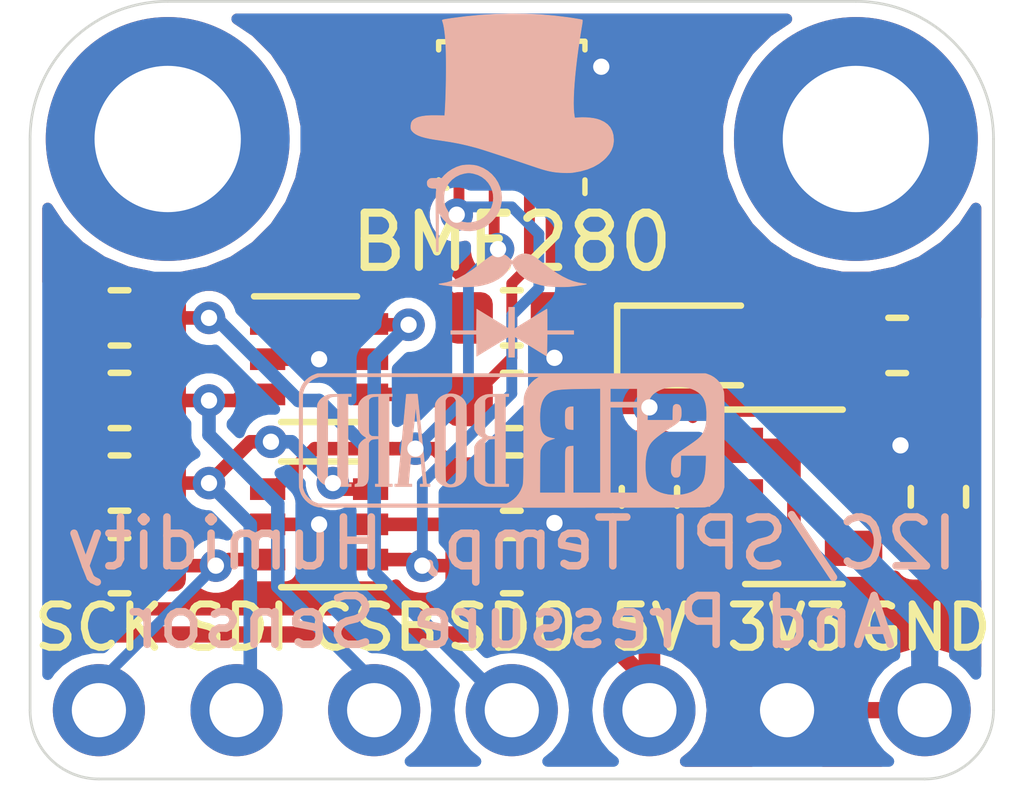
<source format=kicad_pcb>
(kicad_pcb (version 20171130) (host pcbnew "(5.1.2)-2")

  (general
    (thickness 1.6)
    (drawings 22)
    (tracks 134)
    (zones 0)
    (modules 21)
    (nets 14)
  )

  (page User 132.004 102.006)
  (title_block
    (title "BME280 Breakout with 5V Level Shift")
    (date 2019-11-04)
    (rev 1)
    (company SirBoard)
    (comment 1 www.SirBoard.com)
    (comment 2 "Temperature, Pressure and Humidity Sensor")
    (comment 3 BME280)
  )

  (layers
    (0 F.Cu signal)
    (31 B.Cu signal)
    (32 B.Adhes user hide)
    (33 F.Adhes user hide)
    (34 B.Paste user hide)
    (35 F.Paste user hide)
    (36 B.SilkS user)
    (37 F.SilkS user)
    (38 B.Mask user hide)
    (39 F.Mask user hide)
    (40 Dwgs.User user hide)
    (41 Cmts.User user hide)
    (42 Eco1.User user hide)
    (43 Eco2.User user hide)
    (44 Edge.Cuts user)
    (45 Margin user hide)
    (46 B.CrtYd user hide)
    (47 F.CrtYd user hide)
    (48 B.Fab user hide)
    (49 F.Fab user hide)
  )

  (setup
    (last_trace_width 0.2)
    (user_trace_width 0.2)
    (user_trace_width 0.25)
    (user_trace_width 0.3)
    (user_trace_width 0.4)
    (user_trace_width 0.5)
    (user_trace_width 0.6)
    (user_trace_width 0.7)
    (user_trace_width 0.8)
    (user_trace_width 0.9)
    (user_trace_width 1)
    (trace_clearance 0.127)
    (zone_clearance 0.2)
    (zone_45_only no)
    (trace_min 0.127)
    (via_size 0.6)
    (via_drill 0.3)
    (via_min_size 0.6)
    (via_min_drill 0.3)
    (uvia_size 0.4)
    (uvia_drill 0.2)
    (uvias_allowed no)
    (uvia_min_size 0.4)
    (uvia_min_drill 0.1)
    (edge_width 0.05)
    (segment_width 0.2)
    (pcb_text_width 0.3)
    (pcb_text_size 1.5 1.5)
    (mod_edge_width 0.12)
    (mod_text_size 1 1)
    (mod_text_width 0.15)
    (pad_size 1.7 1.7)
    (pad_drill 1)
    (pad_to_mask_clearance 0)
    (solder_mask_min_width 0.1)
    (aux_axis_origin 0 0)
    (visible_elements 7FFFFFFF)
    (pcbplotparams
      (layerselection 0x010fc_ffffffff)
      (usegerberextensions false)
      (usegerberattributes false)
      (usegerberadvancedattributes false)
      (creategerberjobfile false)
      (excludeedgelayer true)
      (linewidth 0.100000)
      (plotframeref false)
      (viasonmask false)
      (mode 1)
      (useauxorigin false)
      (hpglpennumber 1)
      (hpglpenspeed 20)
      (hpglpendiameter 15.000000)
      (psnegative false)
      (psa4output false)
      (plotreference true)
      (plotvalue true)
      (plotinvisibletext false)
      (padsonsilk false)
      (subtractmaskfromsilk false)
      (outputformat 1)
      (mirror false)
      (drillshape 1)
      (scaleselection 1)
      (outputdirectory ""))
  )

  (net 0 "")
  (net 1 GND)
  (net 2 "Net-(D1-Pad2)")
  (net 3 5V)
  (net 4 3V3)
  (net 5 SDO_5V)
  (net 6 CSB_5V)
  (net 7 SDI_5V)
  (net 8 SCK_5V)
  (net 9 SDI_3V3)
  (net 10 SCK_3V3)
  (net 11 CSB_3V3)
  (net 12 SDO_3V3)
  (net 13 "Net-(U1-Pad4)")

  (net_class Default "This is the default net class."
    (clearance 0.127)
    (trace_width 0.127)
    (via_dia 0.6)
    (via_drill 0.3)
    (uvia_dia 0.4)
    (uvia_drill 0.2)
    (add_net 3V3)
    (add_net 5V)
    (add_net CSB_3V3)
    (add_net CSB_5V)
    (add_net GND)
    (add_net "Net-(D1-Pad2)")
    (add_net "Net-(U1-Pad4)")
    (add_net SCK_3V3)
    (add_net SCK_5V)
    (add_net SDI_3V3)
    (add_net SDI_5V)
    (add_net SDO_3V3)
    (add_net SDO_5V)
  )

  (module Package_LGA:Bosch_LGA-8_2.5x2.5mm_P0.65mm_ClockwisePinNumbering (layer F.Cu) (tedit 5A0FA816) (tstamp 5DC1E7AF)
    (at 63.373 29.0195 180)
    (descr LGA-8)
    (tags "lga land grid array")
    (path /5DEB7D0F)
    (attr smd)
    (fp_text reference BME280 (at 0 -2.3495) (layer F.SilkS)
      (effects (font (size 1 1) (thickness 0.15)))
    )
    (fp_text value BME280 (at 0.015 2.535) (layer F.Fab)
      (effects (font (size 1 1) (thickness 0.15)))
    )
    (fp_line (start 1.41 1.54) (end -1.41 1.54) (layer F.CrtYd) (width 0.05))
    (fp_line (start 1.41 -1.54) (end 1.41 1.54) (layer F.CrtYd) (width 0.05))
    (fp_line (start -1.41 -1.54) (end 1.41 -1.54) (layer F.CrtYd) (width 0.05))
    (fp_line (start -1.41 1.54) (end -1.41 -1.54) (layer F.CrtYd) (width 0.05))
    (fp_line (start 1.25 1.25) (end -1.25 1.25) (layer F.Fab) (width 0.1))
    (fp_line (start 1.25 -1.25) (end 1.25 1.25) (layer F.Fab) (width 0.1))
    (fp_line (start -0.5 -1.25) (end 1.25 -1.25) (layer F.Fab) (width 0.1))
    (fp_line (start -1.25 1.25) (end -1.25 -0.5) (layer F.Fab) (width 0.1))
    (fp_line (start -1.35 -1.2) (end -1.35 -1.45) (layer F.SilkS) (width 0.1))
    (fp_line (start 1.35 -1.35) (end 1.35 -1.2) (layer F.SilkS) (width 0.1))
    (fp_line (start 1.2 -1.35) (end 1.35 -1.35) (layer F.SilkS) (width 0.1))
    (fp_line (start 1.35 1.35) (end 1.2 1.35) (layer F.SilkS) (width 0.1))
    (fp_line (start 1.35 1.35) (end 1.35 1.2) (layer F.SilkS) (width 0.1))
    (fp_line (start -1.35 1.35) (end -1.35 1.2) (layer F.SilkS) (width 0.1))
    (fp_line (start -1.25 -0.5) (end -0.5 -1.25) (layer F.Fab) (width 0.1))
    (fp_line (start -1.35 1.36) (end -1.2 1.36) (layer F.SilkS) (width 0.1))
    (fp_text user %R (at 0 0 180) (layer F.Fab)
      (effects (font (size 0.5 0.5) (thickness 0.075)))
    )
    (pad 5 smd rect (at 0.975 1.025 270) (size 0.5 0.35) (layers F.Cu F.Paste F.Mask)
      (net 12 SDO_3V3))
    (pad 6 smd rect (at 0.325 1.025 270) (size 0.5 0.35) (layers F.Cu F.Paste F.Mask)
      (net 4 3V3))
    (pad 7 smd rect (at -0.325 1.025 270) (size 0.5 0.35) (layers F.Cu F.Paste F.Mask)
      (net 1 GND))
    (pad 8 smd rect (at -0.975 1.025 270) (size 0.5 0.35) (layers F.Cu F.Paste F.Mask)
      (net 4 3V3))
    (pad 1 smd rect (at -0.975 -1.025 270) (size 0.5 0.35) (layers F.Cu F.Paste F.Mask)
      (net 1 GND))
    (pad 2 smd rect (at -0.325 -1.025 270) (size 0.5 0.35) (layers F.Cu F.Paste F.Mask)
      (net 11 CSB_3V3))
    (pad 3 smd rect (at 0.325 -1.025 270) (size 0.5 0.35) (layers F.Cu F.Paste F.Mask)
      (net 9 SDI_3V3))
    (pad 4 smd rect (at 0.975 -1.025 270) (size 0.5 0.35) (layers F.Cu F.Paste F.Mask)
      (net 10 SCK_3V3))
    (model ${KISYS3DMOD}/Package_LGA.3dshapes/Bosch_LGA-8_2.5x2.5mm_P0.65mm_ClockwisePinNumbering.wrl
      (offset (xyz 0.01500000025472259 -0.03500000059435272 0))
      (scale (xyz 1 1 1))
      (rotate (xyz 0 0 0))
    )
  )

  (module logo:SirBoard79x25 (layer B.Cu) (tedit 0) (tstamp 5DC13208)
    (at 63.373 35.025 180)
    (fp_text reference G*** (at 0 0) (layer B.SilkS) hide
      (effects (font (size 1.524 1.524) (thickness 0.3)) (justify mirror))
    )
    (fp_text value LOGO (at 0.75 0) (layer B.SilkS) hide
      (effects (font (size 1.524 1.524) (thickness 0.3)) (justify mirror))
    )
    (fp_poly (pts (xy 3.62458 1.218028) (xy 3.687078 1.191526) (xy 3.74371 1.156921) (xy 3.793981 1.114734)
      (xy 3.8374 1.065485) (xy 3.873473 1.009693) (xy 3.90171 0.947879) (xy 3.913171 0.913394)
      (xy 3.924026 0.8763) (xy 3.925573 0.02032) (xy 3.925771 -0.1048) (xy 3.925895 -0.219906)
      (xy 3.925943 -0.325142) (xy 3.925916 -0.420653) (xy 3.925813 -0.506583) (xy 3.925633 -0.583078)
      (xy 3.925375 -0.650282) (xy 3.925039 -0.70834) (xy 3.924624 -0.757396) (xy 3.924129 -0.797597)
      (xy 3.923555 -0.829086) (xy 3.922899 -0.852008) (xy 3.922162 -0.866508) (xy 3.921682 -0.87122)
      (xy 3.906957 -0.934311) (xy 3.882727 -0.994298) (xy 3.849372 -1.050414) (xy 3.807276 -1.101896)
      (xy 3.805946 -1.103294) (xy 3.757416 -1.147869) (xy 3.705571 -1.183126) (xy 3.649359 -1.209656)
      (xy 3.587725 -1.228044) (xy 3.579189 -1.229882) (xy 3.576037 -1.230493) (xy 3.572487 -1.231078)
      (xy 3.568313 -1.231636) (xy 3.563291 -1.232168) (xy 3.557194 -1.232676) (xy 3.549797 -1.233158)
      (xy 3.540876 -1.233617) (xy 3.530205 -1.234053) (xy 3.517559 -1.234466) (xy 3.502712 -1.234856)
      (xy 3.48544 -1.235225) (xy 3.465516 -1.235573) (xy 3.442717 -1.2359) (xy 3.416816 -1.236207)
      (xy 3.387589 -1.236495) (xy 3.354809 -1.236764) (xy 3.318253 -1.237015) (xy 3.277694 -1.237249)
      (xy 3.232908 -1.237465) (xy 3.183669 -1.237665) (xy 3.129751 -1.237849) (xy 3.070931 -1.238017)
      (xy 3.006982 -1.238171) (xy 2.937679 -1.23831) (xy 2.862797 -1.238436) (xy 2.782111 -1.238549)
      (xy 2.695395 -1.23865) (xy 2.602425 -1.238738) (xy 2.502974 -1.238815) (xy 2.396819 -1.238882)
      (xy 2.283733 -1.238938) (xy 2.163491 -1.238985) (xy 2.035868 -1.239023) (xy 1.900639 -1.239052)
      (xy 1.757579 -1.239073) (xy 1.606462 -1.239087) (xy 1.447063 -1.239094) (xy 1.279157 -1.239096)
      (xy 1.102518 -1.239091) (xy 0.916922 -1.239082) (xy 0.722143 -1.239068) (xy 0.517956 -1.23905)
      (xy 0.304136 -1.239029) (xy 0.080457 -1.239005) (xy 0.00254 -1.238997) (xy -0.228203 -1.238969)
      (xy -0.448999 -1.238938) (xy -0.66006 -1.238903) (xy -0.861599 -1.238863) (xy -1.053829 -1.238818)
      (xy -1.236964 -1.238768) (xy -1.411215 -1.238711) (xy -1.576795 -1.238649) (xy -1.733918 -1.23858)
      (xy -1.882796 -1.238503) (xy -2.023641 -1.238419) (xy -2.156667 -1.238327) (xy -2.282087 -1.238226)
      (xy -2.400112 -1.238116) (xy -2.510957 -1.237996) (xy -2.614833 -1.237867) (xy -2.711953 -1.237727)
      (xy -2.802531 -1.237577) (xy -2.886779 -1.237415) (xy -2.964909 -1.237242) (xy -3.037136 -1.237056)
      (xy -3.10367 -1.236858) (xy -3.164726 -1.236647) (xy -3.220515 -1.236422) (xy -3.271251 -1.236183)
      (xy -3.317147 -1.23593) (xy -3.358415 -1.235662) (xy -3.395268 -1.235379) (xy -3.427919 -1.23508)
      (xy -3.45658 -1.234764) (xy -3.481465 -1.234432) (xy -3.502785 -1.234083) (xy -3.520755 -1.233717)
      (xy -3.535586 -1.233332) (xy -3.547492 -1.232929) (xy -3.556685 -1.232507) (xy -3.563378 -1.232066)
      (xy -3.567784 -1.231605) (xy -3.5687 -1.231461) (xy -3.589448 -1.227444) (xy -3.607537 -1.223285)
      (xy -3.619614 -1.219772) (xy -3.62101 -1.219217) (xy -3.631906 -1.215143) (xy -3.637003 -1.214542)
      (xy -3.634652 -1.217483) (xy -3.632809 -1.218716) (xy -3.630975 -1.221719) (xy -3.638783 -1.222475)
      (xy -3.641349 -1.222375) (xy -3.653649 -1.220612) (xy -3.660906 -1.217588) (xy -3.660665 -1.215658)
      (xy -3.65669 -1.216737) (xy -3.648226 -1.217147) (xy -3.645553 -1.215175) (xy -3.647976 -1.210599)
      (xy -3.657436 -1.204338) (xy -3.664089 -1.201137) (xy -3.718761 -1.171951) (xy -3.768718 -1.134375)
      (xy -3.813124 -1.089407) (xy -3.851148 -1.038047) (xy -3.881953 -0.981295) (xy -3.904706 -0.920149)
      (xy -3.907731 -0.90932) (xy -3.91922 -0.86614) (xy -3.91922 -0.00254) (xy -3.919216 0.107637)
      (xy -3.919199 0.208122) (xy -3.919164 0.299384) (xy -3.919108 0.381891) (xy -3.919036 0.447193)
      (xy -3.595549 0.447193) (xy -3.595075 0.425937) (xy -3.592793 0.370443) (xy -3.588934 0.323091)
      (xy -3.583099 0.281932) (xy -3.57489 0.245015) (xy -3.563908 0.210392) (xy -3.549755 0.176113)
      (xy -3.539678 0.155108) (xy -3.527616 0.132127) (xy -3.515156 0.111112) (xy -3.50151 0.091351)
      (xy -3.485888 0.072128) (xy -3.467502 0.052731) (xy -3.445564 0.032447) (xy -3.419285 0.010561)
      (xy -3.387875 -0.013639) (xy -3.350547 -0.040867) (xy -3.306511 -0.071836) (xy -3.254979 -0.10726)
      (xy -3.23342 -0.121934) (xy -3.177426 -0.160061) (xy -3.129263 -0.193295) (xy -3.088328 -0.222409)
      (xy -3.054018 -0.248177) (xy -3.025733 -0.271373) (xy -3.002869 -0.29277) (xy -2.984825 -0.313141)
      (xy -2.970998 -0.333262) (xy -2.960785 -0.353905) (xy -2.953585 -0.375843) (xy -2.948796 -0.399851)
      (xy -2.945815 -0.426703) (xy -2.94404 -0.457171) (xy -2.942868 -0.492029) (xy -2.942775 -0.4953)
      (xy -2.941923 -0.528611) (xy -2.941615 -0.553678) (xy -2.94198 -0.572407) (xy -2.943144 -0.586707)
      (xy -2.945238 -0.598485) (xy -2.948387 -0.609647) (xy -2.950958 -0.617184) (xy -2.960405 -0.638234)
      (xy -2.972281 -0.657073) (xy -2.978696 -0.664586) (xy -2.990451 -0.674802) (xy -3.002422 -0.680479)
      (xy -3.018908 -0.683396) (xy -3.025637 -0.684021) (xy -3.05507 -0.682981) (xy -3.078064 -0.674279)
      (xy -3.095113 -0.65768) (xy -3.100604 -0.648326) (xy -3.105945 -0.631649) (xy -3.11037 -0.604882)
      (xy -3.113877 -0.568053) (xy -3.116464 -0.52119) (xy -3.11813 -0.464323) (xy -3.118871 -0.397479)
      (xy -3.118901 -0.38735) (xy -3.11912 -0.2794) (xy -3.58648 -0.2794) (xy -3.586368 -0.32385)
      (xy -3.585889 -0.358843) (xy -3.584695 -0.398497) (xy -3.582906 -0.440758) (xy -3.580646 -0.483572)
      (xy -3.578034 -0.524885) (xy -3.575192 -0.562644) (xy -3.572241 -0.594795) (xy -3.569302 -0.619285)
      (xy -3.568681 -0.62337) (xy -3.557885 -0.679216) (xy -3.544402 -0.726829) (xy -3.527445 -0.767959)
      (xy -3.50623 -0.804354) (xy -3.479972 -0.837762) (xy -3.465532 -0.853062) (xy -3.418082 -0.895098)
      (xy -3.365752 -0.930248) (xy -3.307568 -0.958985) (xy -3.242552 -0.981785) (xy -3.169729 -0.999122)
      (xy -3.1623 -1.000514) (xy -3.129987 -1.004968) (xy -3.090465 -1.008125) (xy -3.046608 -1.009954)
      (xy -3.001289 -1.010419) (xy -2.957381 -1.009487) (xy -2.917756 -1.007126) (xy -2.88798 -1.003726)
      (xy -2.812667 -0.988772) (xy -2.744468 -0.967858) (xy -2.681872 -0.94039) (xy -2.623367 -0.905775)
      (xy -2.604486 -0.892527) (xy -2.571915 -0.865761) (xy -2.544268 -0.836155) (xy -2.521252 -0.802839)
      (xy -2.502574 -0.76494) (xy -2.48794 -0.721585) (xy -2.477057 -0.671903) (xy -2.469632 -0.615022)
      (xy -2.465371 -0.550069) (xy -2.46398 -0.476173) (xy -2.463979 -0.47498) (xy -2.465906 -0.391038)
      (xy -2.471853 -0.315783) (xy -2.482025 -0.248487) (xy -2.496624 -0.188422) (xy -2.515853 -0.13486)
      (xy -2.539917 -0.087072) (xy -2.569016 -0.044331) (xy -2.59141 -0.018178) (xy -2.623839 0.014169)
      (xy -2.662542 0.048368) (xy -2.708063 0.084827) (xy -2.760944 0.123952) (xy -2.821727 0.166153)
      (xy -2.890956 0.211837) (xy -2.933089 0.23876) (xy -2.978167 0.267759) (xy -3.015189 0.292837)
      (xy -3.045049 0.314882) (xy -3.068643 0.334778) (xy -3.086865 0.353411) (xy -3.100611 0.371666)
      (xy -3.110777 0.390429) (xy -3.118257 0.410585) (xy -3.122369 0.425971) (xy -3.126688 0.452252)
      (xy -3.129014 0.483769) (xy -3.129403 0.517516) (xy -3.127911 0.550485) (xy -3.124594 0.579669)
      (xy -3.119508 0.60206) (xy -3.119078 0.603322) (xy -3.107186 0.630146) (xy -3.092701 0.648274)
      (xy -3.074049 0.65912) (xy -3.051509 0.663918) (xy -3.033428 0.665051) (xy -3.020891 0.663266)
      (xy -3.009493 0.657701) (xy -3.005171 0.654847) (xy -2.996198 0.648319) (xy -2.98917 0.641623)
      (xy -2.983829 0.633467) (xy -2.979913 0.622561) (xy -2.977163 0.607614) (xy -2.97532 0.587334)
      (xy -2.974124 0.560431) (xy -2.973315 0.525614) (xy -2.972813 0.494031) (xy -2.971007 0.370841)
      (xy -2.737056 0.370841) (xy -2.503105 0.37084) (xy -2.505858 0.49403) (xy -2.507938 0.556926)
      (xy -2.511255 0.6096) (xy -2.31648 0.6096) (xy -2.31648 -0.97028) (xy -1.81864 -0.97028)
      (xy -1.63576 -0.97028) (xy -1.13284 -0.97028) (xy -1.13284 -0.105228) (xy -1.092407 -0.107999)
      (xy -1.059447 -0.112077) (xy -1.034742 -0.119751) (xy -1.016752 -0.131913) (xy -1.00394 -0.149456)
      (xy -0.99822 -0.162595) (xy -0.996336 -0.168087) (xy -0.994695 -0.173983) (xy -0.993279 -0.181004)
      (xy -0.992066 -0.189866) (xy -0.991037 -0.20129) (xy -0.990172 -0.215994) (xy -0.989451 -0.234698)
      (xy -0.988853 -0.258119) (xy -0.988359 -0.286977) (xy -0.987949 -0.321991) (xy -0.987603 -0.36388)
      (xy -0.9873 -0.413362) (xy -0.987021 -0.471157) (xy -0.986746 -0.537983) (xy -0.986583 -0.58039)
      (xy -0.985106 -0.97028) (xy -0.517632 -0.97028) (xy -0.519166 -0.58547) (xy -0.519455 -0.513844)
      (xy -0.519727 -0.451652) (xy -0.520004 -0.398167) (xy -0.520308 -0.35266) (xy -0.520663 -0.314406)
      (xy -0.52109 -0.282678) (xy -0.521613 -0.256748) (xy -0.522255 -0.235891) (xy -0.523037 -0.219378)
      (xy -0.523982 -0.206484) (xy -0.525113 -0.196481) (xy -0.526453 -0.188642) (xy -0.528024 -0.182241)
      (xy -0.529849 -0.176551) (xy -0.53195 -0.170845) (xy -0.532071 -0.170524) (xy -0.556165 -0.119662)
      (xy -0.587578 -0.074535) (xy -0.602147 -0.058291) (xy -0.627789 -0.03673) (xy -0.661666 -0.015939)
      (xy -0.701857 0.003064) (xy -0.746441 0.019263) (xy -0.75184 0.020924) (xy -0.78994 0.032421)
      (xy -0.750967 0.038531) (xy -0.700336 0.048967) (xy -0.657973 0.06333) (xy -0.622566 0.082162)
      (xy -0.596545 0.10247) (xy -0.576043 0.124844) (xy -0.559013 0.15141) (xy -0.545249 0.183022)
      (xy -0.534546 0.220532) (xy -0.526699 0.264794) (xy -0.521501 0.316662) (xy -0.518746 0.376988)
      (xy -0.51816 0.427612) (xy -0.520255 0.507429) (xy -0.526687 0.578618) (xy -0.537681 0.641842)
      (xy -0.55346 0.697764) (xy -0.574246 0.747046) (xy -0.600264 0.790349) (xy -0.631736 0.828338)
      (xy -0.66294 0.856941) (xy -0.681074 0.871017) (xy -0.699328 0.883578) (xy -0.718372 0.894719)
      (xy -0.738872 0.904532) (xy -0.761496 0.913113) (xy -0.786913 0.920555) (xy -0.815789 0.926953)
      (xy -0.848791 0.9324) (xy -0.886589 0.936992) (xy -0.929849 0.940821) (xy -0.979238 0.943983)
      (xy -1.035425 0.946571) (xy -1.099077 0.948679) (xy -1.170862 0.950402) (xy -1.251447 0.951834)
      (xy -1.3415 0.953069) (xy -1.34493 0.953111) (xy -1.63576 0.956659) (xy -1.63576 -0.97028)
      (xy -1.81864 -0.97028) (xy -1.81864 0.6096) (xy -2.31648 0.6096) (xy -2.511255 0.6096)
      (xy -2.511338 0.610917) (xy -2.516343 0.657209) (xy -2.523235 0.697004) (xy -2.532297 0.731506)
      (xy -2.543813 0.761917) (xy -2.558066 0.789442) (xy -2.575339 0.815285) (xy -2.584165 0.826675)
      (xy -2.611637 0.854894) (xy -2.647462 0.882551) (xy -2.689842 0.908647) (xy -2.736979 0.932182)
      (xy -2.787077 0.952158) (xy -2.796622 0.95504) (xy -2.31648 0.95504) (xy -2.31648 0.70612)
      (xy -1.81864 0.70612) (xy -1.81864 0.95504) (xy -2.31648 0.95504) (xy -2.796622 0.95504)
      (xy -2.83718 0.967285) (xy -2.895609 0.979053) (xy -2.959896 0.986793) (xy -3.027404 0.990499)
      (xy -3.095497 0.990164) (xy -3.161539 0.985783) (xy -3.222891 0.977349) (xy -3.264415 0.968315)
      (xy -3.329711 0.947375) (xy -3.388619 0.920444) (xy -3.440429 0.887972) (xy -3.48443 0.850406)
      (xy -3.519913 0.808196) (xy -3.521383 0.806069) (xy -3.543409 0.769557) (xy -3.561286 0.729871)
      (xy -3.575217 0.685965) (xy -3.585406 0.636792) (xy -3.592056 0.581303) (xy -3.595369 0.518453)
      (xy -3.595549 0.447193) (xy -3.919036 0.447193) (xy -3.919026 0.456112) (xy -3.918912 0.522514)
      (xy -3.918763 0.581567) (xy -3.918573 0.633739) (xy -3.918338 0.679497) (xy -3.918053 0.719311)
      (xy -3.917714 0.753649) (xy -3.917315 0.78298) (xy -3.916853 0.807771) (xy -3.916322 0.828491)
      (xy -3.915718 0.845608) (xy -3.915036 0.859591) (xy -3.914272 0.870909) (xy -3.913421 0.880029)
      (xy -3.912477 0.88742) (xy -3.911438 0.89355) (xy -3.910297 0.898888) (xy -3.910233 0.89916)
      (xy -3.890161 0.962838) (xy -3.861434 1.021715) (xy -3.824682 1.075116) (xy -3.780535 1.122366)
      (xy -3.729624 1.162787) (xy -3.71121 1.173413) (xy -0.51562 1.173413) (xy -0.482716 1.155076)
      (xy -0.424569 1.116931) (xy -0.372255 1.070862) (xy -0.326471 1.017711) (xy -0.287913 0.958319)
      (xy -0.257278 0.893527) (xy -0.249944 0.87376) (xy -0.245768 0.861875) (xy -0.241979 0.850948)
      (xy -0.238556 0.840457) (xy -0.235482 0.829883) (xy -0.232738 0.818703) (xy -0.230305 0.806396)
      (xy -0.228164 0.792441) (xy -0.226297 0.776317) (xy -0.224685 0.757503) (xy -0.223309 0.735477)
      (xy -0.222151 0.709718) (xy -0.221191 0.679705) (xy -0.220412 0.644917) (xy -0.219794 0.604832)
      (xy -0.21932 0.55893) (xy -0.218969 0.506688) (xy -0.218723 0.447586) (xy -0.218564 0.381103)
      (xy -0.218473 0.306717) (xy -0.218432 0.223906) (xy -0.218421 0.132151) (xy -0.218422 0.030929)
      (xy -0.218421 -0.004705) (xy -0.218417 -0.10899) (xy -0.218401 -0.203632) (xy -0.218358 -0.289146)
      (xy -0.218273 -0.366048) (xy -0.21813 -0.434855) (xy -0.217914 -0.496083) (xy -0.217611 -0.550247)
      (xy -0.217204 -0.597865) (xy -0.21668 -0.639451) (xy -0.216023 -0.675523) (xy -0.215217 -0.706596)
      (xy -0.214249 -0.733187) (xy -0.213101 -0.755811) (xy -0.211761 -0.774985) (xy -0.210211 -0.791225)
      (xy -0.208438 -0.805046) (xy -0.206425 -0.816967) (xy -0.204159 -0.827501) (xy -0.201623 -0.837166)
      (xy -0.198803 -0.846477) (xy -0.195684 -0.855951) (xy -0.19327 -0.863086) (xy -0.16605 -0.927872)
      (xy -0.13012 -0.988049) (xy -0.086198 -1.042793) (xy -0.035003 -1.091277) (xy 0.022744 -1.132675)
      (xy 0.059521 -1.153403) (xy 0.098949 -1.173567) (xy 1.831284 -1.172253) (xy 3.56362 -1.17094)
      (xy 3.60426 -1.157099) (xy 3.652131 -1.137513) (xy 3.694531 -1.112631) (xy 3.734514 -1.080525)
      (xy 3.751579 -1.064165) (xy 3.781713 -1.031536) (xy 3.805078 -0.999968) (xy 3.82394 -0.96588)
      (xy 3.840567 -0.925692) (xy 3.842335 -0.920806) (xy 3.85826 -0.8763) (xy 3.85968 -0.02032)
      (xy 3.859856 0.090291) (xy 3.859997 0.191204) (xy 3.860101 0.282883) (xy 3.860163 0.365789)
      (xy 3.86018 0.440385) (xy 3.86015 0.507133) (xy 3.860068 0.566497) (xy 3.859932 0.618938)
      (xy 3.859738 0.664919) (xy 3.859483 0.704903) (xy 3.859164 0.739352) (xy 3.858776 0.768729)
      (xy 3.858317 0.793495) (xy 3.857784 0.814115) (xy 3.857173 0.831049) (xy 3.856481 0.844761)
      (xy 3.855704 0.855714) (xy 3.854839 0.864368) (xy 3.853883 0.871188) (xy 3.85323 0.874763)
      (xy 3.836409 0.933633) (xy 3.810872 0.98766) (xy 3.777105 1.036312) (xy 3.735591 1.079059)
      (xy 3.686816 1.115368) (xy 3.631264 1.144708) (xy 3.5941 1.159009) (xy 3.55854 1.17094)
      (xy 1.52146 1.172177) (xy -0.51562 1.173413) (xy -3.71121 1.173413) (xy -3.672578 1.195706)
      (xy -3.610946 1.220156) (xy -3.57378 1.2319) (xy 3.58394 1.2319) (xy 3.62458 1.218028)) (layer B.SilkS) (width 0.01))
    (fp_poly (pts (xy 1.158324 0.857763) (xy 1.196422 0.85313) (xy 1.21516 0.848789) (xy 1.26341 0.830718)
      (xy 1.307252 0.805844) (xy 1.345441 0.775243) (xy 1.376732 0.739994) (xy 1.39988 0.701173)
      (xy 1.407463 0.682379) (xy 1.408891 0.677976) (xy 1.410175 0.673148) (xy 1.411322 0.667357)
      (xy 1.412338 0.660064) (xy 1.413233 0.65073) (xy 1.414014 0.638816) (xy 1.414689 0.623783)
      (xy 1.415265 0.605092) (xy 1.415751 0.582205) (xy 1.416153 0.554581) (xy 1.41648 0.521684)
      (xy 1.41674 0.482972) (xy 1.41694 0.437908) (xy 1.417088 0.385953) (xy 1.417192 0.326567)
      (xy 1.417259 0.259213) (xy 1.417298 0.183349) (xy 1.417315 0.098439) (xy 1.417319 0.003943)
      (xy 1.41732 -0.00254) (xy 1.417316 -0.097677) (xy 1.417299 -0.183194) (xy 1.417262 -0.259628)
      (xy 1.417197 -0.327519) (xy 1.417096 -0.387406) (xy 1.416951 -0.439828) (xy 1.416755 -0.485323)
      (xy 1.416499 -0.52443) (xy 1.416177 -0.557689) (xy 1.415779 -0.585639) (xy 1.4153 -0.608818)
      (xy 1.41473 -0.627765) (xy 1.414061 -0.643019) (xy 1.413288 -0.655119) (xy 1.4124 -0.664604)
      (xy 1.411391 -0.672014) (xy 1.410254 -0.677886) (xy 1.408979 -0.68276) (xy 1.40756 -0.687175)
      (xy 1.407463 -0.687458) (xy 1.38847 -0.727657) (xy 1.360833 -0.764799) (xy 1.325883 -0.797748)
      (xy 1.284953 -0.825368) (xy 1.239374 -0.846523) (xy 1.210198 -0.855679) (xy 1.182763 -0.860521)
      (xy 1.149457 -0.862988) (xy 1.113826 -0.863119) (xy 1.079417 -0.860953) (xy 1.049773 -0.85653)
      (xy 1.03886 -0.853791) (xy 0.989475 -0.835348) (xy 0.947046 -0.811087) (xy 0.909424 -0.779708)
      (xy 0.898998 -0.768973) (xy 0.876574 -0.742473) (xy 0.860344 -0.716887) (xy 0.847737 -0.687995)
      (xy 0.845175 -0.68072) (xy 0.843788 -0.676322) (xy 0.842543 -0.671341) (xy 0.841432 -0.665237)
      (xy 0.840447 -0.657468) (xy 0.839581 -0.647494) (xy 0.838825 -0.634774) (xy 0.838173 -0.618768)
      (xy 0.837617 -0.598935) (xy 0.83715 -0.574734) (xy 0.836763 -0.545624) (xy 0.836449 -0.511066)
      (xy 0.8362 -0.470518) (xy 0.83601 -0.42344) (xy 0.83587 -0.369291) (xy 0.835773 -0.30753)
      (xy 0.835711 -0.237617) (xy 0.835697 -0.204576) (xy 1.027085 -0.204576) (xy 1.027092 -0.300004)
      (xy 1.027189 -0.386352) (xy 1.027375 -0.4635) (xy 1.027651 -0.531327) (xy 1.028014 -0.589714)
      (xy 1.028466 -0.638539) (xy 1.029004 -0.677683) (xy 1.029629 -0.707026) (xy 1.03034 -0.726447)
      (xy 1.031119 -0.735735) (xy 1.03646 -0.75498) (xy 1.044298 -0.772837) (xy 1.04875 -0.779877)
      (xy 1.069982 -0.799852) (xy 1.096161 -0.812408) (xy 1.124941 -0.817203) (xy 1.153975 -0.813891)
      (xy 1.180917 -0.802129) (xy 1.18441 -0.799773) (xy 1.199141 -0.787048) (xy 1.211515 -0.772527)
      (xy 1.214864 -0.767159) (xy 1.21615 -0.764442) (xy 1.217314 -0.761037) (xy 1.218361 -0.756446)
      (xy 1.219297 -0.750174) (xy 1.22013 -0.741726) (xy 1.220864 -0.730605) (xy 1.221507 -0.716317)
      (xy 1.222063 -0.698365) (xy 1.22254 -0.676254) (xy 1.222944 -0.649488) (xy 1.22328 -0.617572)
      (xy 1.223554 -0.580009) (xy 1.223774 -0.536304) (xy 1.223944 -0.485962) (xy 1.224072 -0.428487)
      (xy 1.224162 -0.363382) (xy 1.224222 -0.290153) (xy 1.224258 -0.208304) (xy 1.224275 -0.117338)
      (xy 1.224279 -0.016761) (xy 1.22428 -0.005493) (xy 1.22428 0.738473) (xy 1.213504 0.760732)
      (xy 1.197168 0.784881) (xy 1.175228 0.800868) (xy 1.147137 0.809009) (xy 1.12776 0.81026)
      (xy 1.096269 0.80673) (xy 1.071233 0.795723) (xy 1.051611 0.776622) (xy 1.040745 0.758526)
      (xy 1.0287 0.73406) (xy 1.027344 0.01304) (xy 1.027169 -0.100188) (xy 1.027085 -0.204576)
      (xy 0.835697 -0.204576) (xy 0.835676 -0.159012) (xy 0.835662 -0.071172) (xy 0.83566 -0.00254)
      (xy 0.835664 0.092185) (xy 0.835682 0.17729) (xy 0.835722 0.253317) (xy 0.835791 0.320806)
      (xy 0.835898 0.380299) (xy 0.836049 0.432336) (xy 0.836252 0.477458) (xy 0.836515 0.516206)
      (xy 0.836846 0.549121) (xy 0.837253 0.576743) (xy 0.837743 0.599614) (xy 0.838323 0.618274)
      (xy 0.839002 0.633264) (xy 0.839788 0.645126) (xy 0.840687 0.654399) (xy 0.841708 0.661625)
      (xy 0.842858 0.667344) (xy 0.844145 0.672098) (xy 0.845303 0.67564) (xy 0.865642 0.719348)
      (xy 0.894547 0.758833) (xy 0.930976 0.793173) (xy 0.973886 0.821452) (xy 1.022237 0.842748)
      (xy 1.041436 0.848712) (xy 1.076814 0.855552) (xy 1.117116 0.858569) (xy 1.158324 0.857763)) (layer B.SilkS) (width 0.01))
    (fp_poly (pts (xy 0.25273 0.852036) (xy 0.303694 0.851354) (xy 0.345628 0.85067) (xy 0.379659 0.849924)
      (xy 0.406915 0.849055) (xy 0.428526 0.848002) (xy 0.44562 0.846704) (xy 0.459325 0.845102)
      (xy 0.470769 0.843133) (xy 0.481082 0.840737) (xy 0.485653 0.839504) (xy 0.536166 0.820876)
      (xy 0.58157 0.794977) (xy 0.620703 0.762706) (xy 0.652407 0.72496) (xy 0.668415 0.698041)
      (xy 0.68834 0.65878) (xy 0.68834 0.20574) (xy 0.671863 0.172064) (xy 0.65186 0.140268)
      (xy 0.624557 0.109746) (xy 0.592716 0.083175) (xy 0.559898 0.063606) (xy 0.54417 0.05577)
      (xy 0.532872 0.049443) (xy 0.528368 0.045952) (xy 0.528362 0.045895) (xy 0.532538 0.042396)
      (xy 0.543537 0.035629) (xy 0.559133 0.026949) (xy 0.562044 0.0254) (xy 0.600311 0.000689)
      (xy 0.633807 -0.029813) (xy 0.660442 -0.064013) (xy 0.671841 -0.084543) (xy 0.68834 -0.11938)
      (xy 0.689785 -0.382971) (xy 0.690082 -0.442381) (xy 0.690254 -0.492519) (xy 0.69028 -0.534274)
      (xy 0.690138 -0.568533) (xy 0.689806 -0.596184) (xy 0.689263 -0.618115) (xy 0.688489 -0.635214)
      (xy 0.687461 -0.648368) (xy 0.686158 -0.658466) (xy 0.684558 -0.666396) (xy 0.68281 -0.672531)
      (xy 0.664221 -0.713889) (xy 0.636936 -0.751913) (xy 0.602155 -0.785562) (xy 0.561077 -0.813797)
      (xy 0.514902 -0.835581) (xy 0.482673 -0.845801) (xy 0.473011 -0.847833) (xy 0.460572 -0.849489)
      (xy 0.444345 -0.850804) (xy 0.423315 -0.85181) (xy 0.39647 -0.852542) (xy 0.362798 -0.853035)
      (xy 0.321286 -0.85332) (xy 0.27092 -0.853434) (xy 0.254536 -0.85344) (xy 0.05588 -0.85344)
      (xy 0.05588 -0.80772) (xy 0.11684 -0.80772) (xy 0.30988 -0.80772) (xy 0.366696 -0.80772)
      (xy 0.393791 -0.807385) (xy 0.413311 -0.806154) (xy 0.427826 -0.803684) (xy 0.439907 -0.799633)
      (xy 0.445028 -0.797304) (xy 0.462123 -0.786277) (xy 0.477795 -0.771858) (xy 0.480922 -0.768094)
      (xy 0.4953 -0.7493) (xy 0.4953 -0.042438) (xy 0.481665 -0.021834) (xy 0.467044 -0.004304)
      (xy 0.448724 0.008472) (xy 0.425062 0.017144) (xy 0.394418 0.022361) (xy 0.364773 0.024444)
      (xy 0.30988 0.026706) (xy 0.30988 -0.80772) (xy 0.11684 -0.80772) (xy 0.11684 0.07112)
      (xy 0.30988 0.07112) (xy 0.366696 0.07112) (xy 0.393791 0.071455) (xy 0.413311 0.072686)
      (xy 0.427826 0.075156) (xy 0.439907 0.079207) (xy 0.445028 0.081536) (xy 0.462123 0.092563)
      (xy 0.477795 0.106982) (xy 0.480922 0.110746) (xy 0.4953 0.12954) (xy 0.4953 0.739882)
      (xy 0.481665 0.760486) (xy 0.467044 0.778016) (xy 0.448724 0.790792) (xy 0.425062 0.799464)
      (xy 0.394418 0.804681) (xy 0.364773 0.806764) (xy 0.30988 0.809026) (xy 0.30988 0.07112)
      (xy 0.11684 0.07112) (xy 0.11684 0.80772) (xy 0.05588 0.80772) (xy 0.05588 0.854508)
      (xy 0.25273 0.852036)) (layer B.SilkS) (width 0.01))
    (fp_poly (pts (xy 1.804558 0.853945) (xy 1.831517 0.853664) (xy 1.859294 0.853159) (xy 1.886037 0.852464)
      (xy 1.909893 0.851611) (xy 1.929009 0.850635) (xy 1.941533 0.849567) (xy 1.94564 0.848527)
      (xy 1.946112 0.842677) (xy 1.947488 0.827368) (xy 1.949705 0.803255) (xy 1.952702 0.770994)
      (xy 1.956415 0.73124) (xy 1.960783 0.684647) (xy 1.965743 0.631871) (xy 1.971234 0.573567)
      (xy 1.977193 0.51039) (xy 1.983558 0.442995) (xy 1.990267 0.372038) (xy 1.997257 0.298173)
      (xy 2.004467 0.222056) (xy 2.011834 0.144342) (xy 2.019296 0.065685) (xy 2.026791 -0.013258)
      (xy 2.034256 -0.091833) (xy 2.04163 -0.169385) (xy 2.04885 -0.245258) (xy 2.055854 -0.318798)
      (xy 2.06258 -0.389348) (xy 2.068965 -0.456255) (xy 2.074948 -0.518863) (xy 2.080466 -0.576517)
      (xy 2.085458 -0.628561) (xy 2.08986 -0.674341) (xy 2.093611 -0.713202) (xy 2.096648 -0.744487)
      (xy 2.09891 -0.767543) (xy 2.100334 -0.781713) (xy 2.100816 -0.78613) (xy 2.103742 -0.80772)
      (xy 2.159 -0.80772) (xy 2.159 -0.85344) (xy 1.84404 -0.85344) (xy 1.84404 -0.80772)
      (xy 1.87452 -0.80772) (xy 1.891392 -0.807509) (xy 1.900498 -0.806102) (xy 1.904234 -0.802339)
      (xy 1.904994 -0.795059) (xy 1.905 -0.792943) (xy 1.904545 -0.784879) (xy 1.903247 -0.767814)
      (xy 1.901199 -0.742863) (xy 1.898499 -0.71114) (xy 1.895241 -0.673762) (xy 1.891521 -0.631843)
      (xy 1.887436 -0.586499) (xy 1.88468 -0.55626) (xy 1.880421 -0.509541) (xy 1.876466 -0.465729)
      (xy 1.872908 -0.425906) (xy 1.869844 -0.391156) (xy 1.867367 -0.362562) (xy 1.865573 -0.341206)
      (xy 1.864558 -0.328171) (xy 1.86436 -0.324656) (xy 1.863829 -0.321205) (xy 1.861321 -0.318687)
      (xy 1.85546 -0.316953) (xy 1.84487 -0.31586) (xy 1.828175 -0.31526) (xy 1.804001 -0.315009)
      (xy 1.77292 -0.31496) (xy 1.743709 -0.315125) (xy 1.71836 -0.315585) (xy 1.698474 -0.316284)
      (xy 1.685654 -0.317167) (xy 1.68148 -0.318104) (xy 1.680994 -0.323651) (xy 1.679603 -0.338288)
      (xy 1.677408 -0.360996) (xy 1.674506 -0.390754) (xy 1.670999 -0.426542) (xy 1.666986 -0.467341)
      (xy 1.662566 -0.51213) (xy 1.65862 -0.552017) (xy 1.653915 -0.599772) (xy 1.649537 -0.644731)
      (xy 1.645587 -0.685819) (xy 1.642165 -0.721962) (xy 1.639372 -0.752083) (xy 1.637309 -0.775109)
      (xy 1.636078 -0.789964) (xy 1.63576 -0.795252) (xy 1.636516 -0.802395) (xy 1.640443 -0.806115)
      (xy 1.650021 -0.807519) (xy 1.6637 -0.80772) (xy 1.69164 -0.80772) (xy 1.69164 -0.85344)
      (xy 1.50876 -0.85344) (xy 1.50876 -0.808204) (xy 1.540323 -0.806692) (xy 1.571887 -0.80518)
      (xy 1.627163 -0.26543) (xy 1.686417 -0.26543) (xy 1.687237 -0.268671) (xy 1.690511 -0.271018)
      (xy 1.697635 -0.272612) (xy 1.710007 -0.273595) (xy 1.729024 -0.274111) (xy 1.756083 -0.274302)
      (xy 1.773619 -0.27432) (xy 1.860678 -0.27432) (xy 1.85773 -0.24765) (xy 1.856666 -0.236944)
      (xy 1.854836 -0.217323) (xy 1.852348 -0.189992) (xy 1.84931 -0.156156) (xy 1.845832 -0.117022)
      (xy 1.842019 -0.073797) (xy 1.837981 -0.027685) (xy 1.83579 -0.00254) (xy 1.831719 0.043501)
      (xy 1.827797 0.086357) (xy 1.82413 0.124979) (xy 1.820825 0.15832) (xy 1.817985 0.185332)
      (xy 1.815717 0.204967) (xy 1.814127 0.216178) (xy 1.813526 0.21844) (xy 1.812383 0.223896)
      (xy 1.810513 0.238378) (xy 1.808025 0.260788) (xy 1.805033 0.290028) (xy 1.801647 0.325)
      (xy 1.797978 0.364605) (xy 1.794139 0.407744) (xy 1.793043 0.42037) (xy 1.789191 0.464184)
      (xy 1.785495 0.504667) (xy 1.782064 0.540741) (xy 1.779008 0.571324) (xy 1.776435 0.595337)
      (xy 1.774454 0.611701) (xy 1.773174 0.619334) (xy 1.772948 0.61976) (xy 1.772145 0.61485)
      (xy 1.770469 0.600708) (xy 1.768007 0.578216) (xy 1.764845 0.548257) (xy 1.761069 0.511714)
      (xy 1.756765 0.46947) (xy 1.752021 0.422406) (xy 1.746921 0.371405) (xy 1.741553 0.31735)
      (xy 1.736003 0.261124) (xy 1.730356 0.20361) (xy 1.7247 0.145688) (xy 1.71912 0.088243)
      (xy 1.713703 0.032157) (xy 1.708534 -0.021687) (xy 1.703702 -0.072408) (xy 1.69929 -0.119122)
      (xy 1.695387 -0.160946) (xy 1.692077 -0.196999) (xy 1.689448 -0.226398) (xy 1.687586 -0.248259)
      (xy 1.686576 -0.261702) (xy 1.686417 -0.26543) (xy 1.627163 -0.26543) (xy 1.656687 0.02286)
      (xy 1.665976 0.113536) (xy 1.674985 0.20145) (xy 1.683661 0.286074) (xy 1.69195 0.366878)
      (xy 1.699796 0.443332) (xy 1.707146 0.514906) (xy 1.713945 0.581071) (xy 1.720138 0.641297)
      (xy 1.725671 0.695055) (xy 1.73049 0.741814) (xy 1.73454 0.781046) (xy 1.737767 0.812221)
      (xy 1.740116 0.834808) (xy 1.741532 0.848279) (xy 1.741964 0.85217) (xy 1.747121 0.853115)
      (xy 1.760507 0.853704) (xy 1.780271 0.853969) (xy 1.804558 0.853945)) (layer B.SilkS) (width 0.01))
    (fp_poly (pts (xy 2.40157 0.852036) (xy 2.454097 0.85129) (xy 2.497495 0.850504) (xy 2.532791 0.849627)
      (xy 2.561015 0.848611) (xy 2.583197 0.847407) (xy 2.600366 0.845965) (xy 2.613552 0.844236)
      (xy 2.623783 0.842171) (xy 2.627257 0.841246) (xy 2.678364 0.822302) (xy 2.723994 0.796641)
      (xy 2.763203 0.765088) (xy 2.795046 0.728467) (xy 2.818579 0.687604) (xy 2.826484 0.667214)
      (xy 2.828608 0.659912) (xy 2.830339 0.651425) (xy 2.831708 0.640753) (xy 2.832744 0.626893)
      (xy 2.833475 0.608841) (xy 2.833933 0.585596) (xy 2.834145 0.556155) (xy 2.834142 0.519515)
      (xy 2.833952 0.474675) (xy 2.833624 0.423374) (xy 2.8321 0.20574) (xy 2.815623 0.172064)
      (xy 2.79562 0.140268) (xy 2.768317 0.109746) (xy 2.736476 0.083175) (xy 2.703658 0.063606)
      (xy 2.687908 0.055658) (xy 2.676592 0.049056) (xy 2.672085 0.045188) (xy 2.67208 0.045122)
      (xy 2.676333 0.041224) (xy 2.686633 0.036564) (xy 2.68726 0.036342) (xy 2.711803 0.024591)
      (xy 2.73869 0.006524) (xy 2.764985 -0.015496) (xy 2.787751 -0.039104) (xy 2.798694 -0.05334)
      (xy 2.805218 -0.062783) (xy 2.810832 -0.071152) (xy 2.815609 -0.079253) (xy 2.819624 -0.08789)
      (xy 2.822952 -0.097871) (xy 2.825665 -0.110001) (xy 2.827838 -0.125085) (xy 2.829546 -0.14393)
      (xy 2.830861 -0.167341) (xy 2.831859 -0.196125) (xy 2.832613 -0.231086) (xy 2.833198 -0.273032)
      (xy 2.833686 -0.322768) (xy 2.834154 -0.3811) (xy 2.83464 -0.4445) (xy 2.835169 -0.511474)
      (xy 2.835668 -0.569042) (xy 2.836189 -0.617957) (xy 2.836785 -0.658972) (xy 2.837509 -0.692841)
      (xy 2.838414 -0.720316) (xy 2.839551 -0.742151) (xy 2.840975 -0.759098) (xy 2.842737 -0.771913)
      (xy 2.84489 -0.781346) (xy 2.847488 -0.788153) (xy 2.850582 -0.793086) (xy 2.854226 -0.796897)
      (xy 2.858471 -0.800342) (xy 2.859599 -0.801208) (xy 2.870714 -0.805987) (xy 2.88163 -0.807558)
      (xy 2.890168 -0.80843) (xy 2.894255 -0.812609) (xy 2.895518 -0.822835) (xy 2.8956 -0.831056)
      (xy 2.8956 -0.854392) (xy 2.82321 -0.852305) (xy 2.792619 -0.851193) (xy 2.770064 -0.849702)
      (xy 2.753418 -0.847546) (xy 2.740558 -0.844436) (xy 2.729359 -0.840087) (xy 2.72796 -0.839437)
      (xy 2.698888 -0.821122) (xy 2.676401 -0.796385) (xy 2.66011 -0.764571) (xy 2.649627 -0.725027)
      (xy 2.646435 -0.702089) (xy 2.645586 -0.688946) (xy 2.644785 -0.666699) (xy 2.644044 -0.636402)
      (xy 2.643379 -0.599112) (xy 2.642804 -0.555884) (xy 2.642333 -0.507773) (xy 2.641981 -0.455835)
      (xy 2.641761 -0.401125) (xy 2.64169 -0.352784) (xy 2.6416 -0.047709) (xy 2.626936 -0.024586)
      (xy 2.612339 -0.006046) (xy 2.594442 0.007421) (xy 2.571516 0.016545) (xy 2.541834 0.022058)
      (xy 2.511194 0.024398) (xy 2.45872 0.026732) (xy 2.45872 -0.80772) (xy 2.51968 -0.80772)
      (xy 2.51968 -0.85344) (xy 2.20472 -0.85344) (xy 2.20472 -0.80772) (xy 2.26568 -0.80772)
      (xy 2.26568 0.070292) (xy 2.45872 0.070292) (xy 2.521766 0.071976) (xy 2.548179 0.072779)
      (xy 2.566622 0.073829) (xy 2.579285 0.07558) (xy 2.588357 0.078489) (xy 2.596026 0.083009)
      (xy 2.603782 0.089028) (xy 2.611472 0.095132) (xy 2.618053 0.10057) (xy 2.623606 0.106142)
      (xy 2.628214 0.112646) (xy 2.631961 0.12088) (xy 2.634929 0.131643) (xy 2.637201 0.145734)
      (xy 2.638861 0.163951) (xy 2.63999 0.187092) (xy 2.640672 0.215958) (xy 2.64099 0.251345)
      (xy 2.641026 0.294053) (xy 2.640864 0.34488) (xy 2.640586 0.404625) (xy 2.640413 0.44196)
      (xy 2.63906 0.74422) (xy 2.624682 0.763015) (xy 2.608059 0.780383) (xy 2.587706 0.792821)
      (xy 2.561852 0.80101) (xy 2.528728 0.805631) (xy 2.511194 0.806718) (xy 2.45872 0.809052)
      (xy 2.45872 0.070292) (xy 2.26568 0.070292) (xy 2.26568 0.80772) (xy 2.20472 0.80772)
      (xy 2.20472 0.854579) (xy 2.40157 0.852036)) (layer B.SilkS) (width 0.01))
    (fp_poly (pts (xy 3.15849 0.852036) (xy 3.211017 0.85129) (xy 3.254415 0.850504) (xy 3.289711 0.849627)
      (xy 3.317935 0.848611) (xy 3.340117 0.847407) (xy 3.357286 0.845965) (xy 3.370472 0.844236)
      (xy 3.380703 0.842171) (xy 3.384177 0.841246) (xy 3.435209 0.822322) (xy 3.480827 0.796665)
      (xy 3.520065 0.765113) (xy 3.551957 0.728506) (xy 3.575539 0.687682) (xy 3.583106 0.668386)
      (xy 3.584347 0.664078) (xy 3.585462 0.65854) (xy 3.586457 0.651237) (xy 3.587339 0.641635)
      (xy 3.588114 0.629198) (xy 3.588789 0.613391) (xy 3.589371 0.59368) (xy 3.589867 0.569528)
      (xy 3.590283 0.540402) (xy 3.590626 0.505766) (xy 3.590903 0.465086) (xy 3.591121 0.417826)
      (xy 3.591286 0.363451) (xy 3.591406 0.301427) (xy 3.591486 0.231217) (xy 3.591534 0.152289)
      (xy 3.591556 0.064105) (xy 3.59156 -0.002649) (xy 3.591556 -0.097004) (xy 3.591539 -0.181742)
      (xy 3.591501 -0.257408) (xy 3.591434 -0.324544) (xy 3.59133 -0.383695) (xy 3.591182 -0.435403)
      (xy 3.590981 -0.480213) (xy 3.590719 -0.518668) (xy 3.590389 -0.551311) (xy 3.589982 -0.578687)
      (xy 3.58949 -0.601338) (xy 3.588906 -0.619809) (xy 3.588222 -0.634642) (xy 3.587429 -0.646382)
      (xy 3.58652 -0.655572) (xy 3.585487 -0.662755) (xy 3.584322 -0.668476) (xy 3.583017 -0.673277)
      (xy 3.581703 -0.677298) (xy 3.56271 -0.717497) (xy 3.535073 -0.754639) (xy 3.500123 -0.787588)
      (xy 3.459193 -0.815208) (xy 3.413614 -0.836363) (xy 3.384438 -0.845519) (xy 3.374698 -0.847623)
      (xy 3.362624 -0.849335) (xy 3.347163 -0.850691) (xy 3.327266 -0.851729) (xy 3.301881 -0.852484)
      (xy 3.269957 -0.852995) (xy 3.230445 -0.853297) (xy 3.182293 -0.853427) (xy 3.157756 -0.85344)
      (xy 2.96164 -0.85344) (xy 2.96164 -0.808548) (xy 3.21564 -0.808548) (xy 3.278686 -0.806864)
      (xy 3.305099 -0.806061) (xy 3.323542 -0.805011) (xy 3.336205 -0.80326) (xy 3.345277 -0.800351)
      (xy 3.352946 -0.795831) (xy 3.360702 -0.789812) (xy 3.374671 -0.776285) (xy 3.386522 -0.761161)
      (xy 3.389141 -0.756792) (xy 3.390436 -0.754103) (xy 3.391606 -0.750771) (xy 3.392656 -0.7463)
      (xy 3.393591 -0.740193) (xy 3.394417 -0.731954) (xy 3.395139 -0.721085) (xy 3.395762 -0.70709)
      (xy 3.396293 -0.689473) (xy 3.396735 -0.667737) (xy 3.397095 -0.641385) (xy 3.397378 -0.609921)
      (xy 3.397588 -0.572847) (xy 3.397733 -0.529668) (xy 3.397816 -0.479887) (xy 3.397843 -0.423007)
      (xy 3.397819 -0.358531) (xy 3.397751 -0.285963) (xy 3.397642 -0.204806) (xy 3.397499 -0.114564)
      (xy 3.397327 -0.01474) (xy 3.397296 0.00254) (xy 3.39598 0.74422) (xy 3.381602 0.763015)
      (xy 3.364979 0.780383) (xy 3.344626 0.792821) (xy 3.318772 0.80101) (xy 3.285648 0.805631)
      (xy 3.268114 0.806718) (xy 3.21564 0.809052) (xy 3.21564 -0.808548) (xy 2.96164 -0.808548)
      (xy 2.96164 -0.80772) (xy 3.0226 -0.80772) (xy 3.0226 0.80772) (xy 2.96164 0.80772)
      (xy 2.96164 0.854579) (xy 3.15849 0.852036)) (layer B.SilkS) (width 0.01))
    (fp_poly (pts (xy -1.067894 0.616209) (xy -1.037114 0.605597) (xy -1.013589 0.58799) (xy -0.997428 0.563454)
      (xy -0.992851 0.551063) (xy -0.99047 0.537697) (xy -0.98852 0.516093) (xy -0.987015 0.488161)
      (xy -0.985972 0.455816) (xy -0.985404 0.420968) (xy -0.985327 0.385531) (xy -0.985757 0.351416)
      (xy -0.986708 0.320537) (xy -0.988196 0.294805) (xy -0.990236 0.276133) (xy -0.990649 0.273744)
      (xy -0.998864 0.246253) (xy -1.012466 0.225735) (xy -1.032439 0.211475) (xy -1.059768 0.202756)
      (xy -1.09347 0.198952) (xy -1.13284 0.197045) (xy -1.13284 0.61976) (xy -1.105823 0.61976)
      (xy -1.067894 0.616209)) (layer B.SilkS) (width 0.01))
  )

  (module logo:logo63x89 (layer B.Cu) (tedit 0) (tstamp 5DC130F7)
    (at 63.373 30.325 180)
    (fp_text reference G*** (at 0 0) (layer B.SilkS) hide
      (effects (font (size 1.524 1.524) (thickness 0.3)) (justify mirror))
    )
    (fp_text value LOGO (at 0.75 0) (layer B.SilkS) hide
      (effects (font (size 1.524 1.524) (thickness 0.3)) (justify mirror))
    )
    (fp_poly (pts (xy 0.059266 -2.439106) (xy 0.059544 -2.494396) (xy 0.060322 -2.543378) (xy 0.06152 -2.583738)
      (xy 0.063058 -2.613161) (xy 0.064853 -2.629334) (xy 0.066003 -2.631722) (xy 0.074999 -2.626632)
      (xy 0.096134 -2.614093) (xy 0.1271 -2.595493) (xy 0.165591 -2.572217) (xy 0.2093 -2.545652)
      (xy 0.216287 -2.541394) (xy 0.274245 -2.506062) (xy 0.340354 -2.46576) (xy 0.408304 -2.424335)
      (xy 0.471786 -2.385633) (xy 0.503766 -2.366135) (xy 0.647699 -2.278382) (xy 0.649969 -2.476925)
      (xy 0.652239 -2.675467) (xy 1.126066 -2.675467) (xy 1.126066 -2.7432) (xy 0.652234 -2.7432)
      (xy 0.649967 -2.945489) (xy 0.647699 -3.147778) (xy 0.50722 -3.061906) (xy 0.45154 -3.027867)
      (xy 0.38731 -2.988597) (xy 0.320426 -2.9477) (xy 0.256782 -2.908781) (xy 0.217925 -2.885017)
      (xy 0.172985 -2.857671) (xy 0.133011 -2.833613) (xy 0.100222 -2.814155) (xy 0.076835 -2.800612)
      (xy 0.065069 -2.794296) (xy 0.064188 -2.794) (xy 0.062758 -2.802064) (xy 0.061492 -2.824644)
      (xy 0.060452 -2.859324) (xy 0.059704 -2.903687) (xy 0.05931 -2.955317) (xy 0.059266 -2.980267)
      (xy 0.059266 -3.166533) (xy -0.050483 -3.166533) (xy -0.052758 -2.976146) (xy -0.055034 -2.785759)
      (xy -0.14069 -2.839341) (xy -0.175231 -2.860812) (xy -0.205207 -2.879194) (xy -0.227316 -2.892477)
      (xy -0.238056 -2.89856) (xy -0.248122 -2.904332) (xy -0.270621 -2.91778) (xy -0.303571 -2.9377)
      (xy -0.344987 -2.962888) (xy -0.392885 -2.992139) (xy -0.445281 -3.024251) (xy -0.448734 -3.026371)
      (xy -0.6477 -3.148546) (xy -0.649968 -2.945873) (xy -0.652235 -2.7432) (xy -1.143001 -2.7432)
      (xy -1.143001 -2.675467) (xy -0.651934 -2.675467) (xy -0.651934 -2.4765) (xy -0.651794 -2.420486)
      (xy -0.651402 -2.370572) (xy -0.650798 -2.329099) (xy -0.650023 -2.298402) (xy -0.649116 -2.280822)
      (xy -0.648493 -2.277533) (xy -0.640429 -2.28172) (xy -0.620666 -2.293209) (xy -0.591907 -2.310399)
      (xy -0.556855 -2.331683) (xy -0.544777 -2.339082) (xy -0.500282 -2.366345) (xy -0.447084 -2.398868)
      (xy -0.390955 -2.433126) (xy -0.33767 -2.465592) (xy -0.321734 -2.475287) (xy -0.273836 -2.504453)
      (xy -0.224247 -2.534712) (xy -0.17765 -2.563203) (xy -0.138726 -2.587066) (xy -0.124884 -2.59558)
      (xy -0.0508 -2.641214) (xy -0.0508 -2.243667) (xy 0.059266 -2.243667) (xy 0.059266 -2.439106)) (layer B.SilkS) (width 0.01))
    (fp_poly (pts (xy 0.277666 -1.259842) (xy 0.315987 -1.270149) (xy 0.340339 -1.278993) (xy 0.366514 -1.291478)
      (xy 0.396307 -1.308801) (xy 0.431509 -1.332163) (xy 0.473914 -1.362763) (xy 0.525314 -1.4018)
      (xy 0.587504 -1.450473) (xy 0.598126 -1.45888) (xy 0.728848 -1.556458) (xy 0.85485 -1.638332)
      (xy 0.975991 -1.70443) (xy 1.092127 -1.754679) (xy 1.203115 -1.789008) (xy 1.286187 -1.804708)
      (xy 1.317528 -1.809142) (xy 1.337997 -1.813029) (xy 1.346722 -1.816769) (xy 1.342832 -1.820765)
      (xy 1.325456 -1.825418) (xy 1.293721 -1.831128) (xy 1.246758 -1.838297) (xy 1.198033 -1.845295)
      (xy 1.074247 -1.859396) (xy 0.950036 -1.866991) (xy 0.828936 -1.868099) (xy 0.714487 -1.862739)
      (xy 0.610228 -1.850933) (xy 0.55862 -1.841721) (xy 0.440667 -1.81091) (xy 0.334383 -1.769725)
      (xy 0.240354 -1.718557) (xy 0.159163 -1.657792) (xy 0.091397 -1.587822) (xy 0.03764 -1.509035)
      (xy 0.026212 -1.487518) (xy -0.005006 -1.425377) (xy -0.028011 -1.472572) (xy -0.078998 -1.55819)
      (xy -0.143494 -1.633714) (xy -0.221328 -1.699032) (xy -0.31233 -1.754033) (xy -0.416331 -1.798603)
      (xy -0.533158 -1.832632) (xy -0.593607 -1.845163) (xy -0.654366 -1.853927) (xy -0.72725 -1.860692)
      (xy -0.807546 -1.865283) (xy -0.890545 -1.867526) (xy -0.971536 -1.867244) (xy -1.045807 -1.864264)
      (xy -1.066801 -1.862759) (xy -1.098101 -1.859681) (xy -1.137644 -1.854979) (xy -1.18225 -1.849124)
      (xy -1.228744 -1.842589) (xy -1.273947 -1.835846) (xy -1.314683 -1.829367) (xy -1.347774 -1.823625)
      (xy -1.370043 -1.819093) (xy -1.37817 -1.816474) (xy -1.371708 -1.814576) (xy -1.35252 -1.811726)
      (xy -1.324741 -1.808537) (xy -1.324373 -1.808499) (xy -1.231302 -1.79363) (xy -1.136422 -1.767618)
      (xy -1.03867 -1.729922) (xy -0.936985 -1.68) (xy -0.830304 -1.617311) (xy -0.717565 -1.541314)
      (xy -0.597705 -1.451466) (xy -0.550334 -1.413791) (xy -0.495945 -1.370673) (xy -0.451376 -1.337332)
      (xy -0.413971 -1.312099) (xy -0.381075 -1.293304) (xy -0.350029 -1.279275) (xy -0.319827 -1.26884)
      (xy -0.253545 -1.256661) (xy -0.190402 -1.261014) (xy -0.131226 -1.281656) (xy -0.076844 -1.318343)
      (xy -0.045611 -1.349367) (xy -0.006623 -1.393588) (xy 0.045372 -1.341637) (xy 0.083566 -1.30709)
      (xy 0.118925 -1.283687) (xy 0.146367 -1.271376) (xy 0.191459 -1.257917) (xy 0.233095 -1.254088)
      (xy 0.277666 -1.259842)) (layer B.SilkS) (width 0.01))
    (fp_poly (pts (xy 0.848142 0.381208) (xy 0.909974 0.374338) (xy 0.934034 0.369465) (xy 1.017983 0.342044)
      (xy 1.100067 0.301697) (xy 1.175818 0.2511) (xy 1.240767 0.192927) (xy 1.254901 0.177389)
      (xy 1.291166 0.135658) (xy 1.398983 0.135562) (xy 1.443468 0.135405) (xy 1.474472 0.134605)
      (xy 1.495444 0.13253) (xy 1.509835 0.128549) (xy 1.521097 0.12203) (xy 1.53268 0.11234)
      (xy 1.534449 0.110761) (xy 1.551614 0.093071) (xy 1.559753 0.075496) (xy 1.562058 0.050321)
      (xy 1.5621 0.043917) (xy 1.556852 0.006725) (xy 1.540371 -0.020557) (xy 1.511555 -0.038696)
      (xy 1.469297 -0.048458) (xy 1.425756 -0.050753) (xy 1.382547 -0.0508) (xy 1.392651 -0.091017)
      (xy 1.394827 -0.104575) (xy 1.396619 -0.127004) (xy 1.398036 -0.159252) (xy 1.399089 -0.202264)
      (xy 1.399787 -0.256988) (xy 1.400142 -0.32437) (xy 1.400161 -0.405357) (xy 1.399856 -0.500895)
      (xy 1.399237 -0.611932) (xy 1.3988 -0.675217) (xy 1.394844 -1.2192) (xy 1.354846 -1.2192)
      (xy 1.352639 -0.853017) (xy 1.350433 -0.486834) (xy 1.323709 -0.5334) (xy 1.268153 -0.614049)
      (xy 1.201861 -0.682866) (xy 1.126597 -0.739441) (xy 1.044125 -0.783366) (xy 0.95621 -0.814232)
      (xy 0.864614 -0.83163) (xy 0.771102 -0.835151) (xy 0.677439 -0.824386) (xy 0.585387 -0.798926)
      (xy 0.496711 -0.758362) (xy 0.457199 -0.734293) (xy 0.43476 -0.717239) (xy 0.405345 -0.691851)
      (xy 0.373526 -0.662177) (xy 0.354966 -0.643778) (xy 0.291916 -0.567767) (xy 0.243074 -0.483091)
      (xy 0.208964 -0.391057) (xy 0.190109 -0.292972) (xy 0.187074 -0.237045) (xy 0.338515 -0.237045)
      (xy 0.346999 -0.315719) (xy 0.369533 -0.393307) (xy 0.406698 -0.468082) (xy 0.453178 -0.5316)
      (xy 0.511858 -0.587115) (xy 0.580826 -0.630974) (xy 0.657284 -0.662271) (xy 0.738436 -0.680101)
      (xy 0.821485 -0.683557) (xy 0.893233 -0.674139) (xy 0.97638 -0.647672) (xy 1.051504 -0.606843)
      (xy 1.11731 -0.552828) (xy 1.172506 -0.486803) (xy 1.215799 -0.409943) (xy 1.233701 -0.364556)
      (xy 1.246135 -0.312566) (xy 1.252482 -0.251653) (xy 1.252591 -0.188644) (xy 1.246309 -0.130367)
      (xy 1.239559 -0.10102) (xy 1.207396 -0.020588) (xy 1.161425 0.051645) (xy 1.103414 0.114052)
      (xy 1.03513 0.165002) (xy 0.95834 0.202868) (xy 0.88724 0.223645) (xy 0.841123 0.232166)
      (xy 0.80434 0.235913) (xy 0.769985 0.234914) (xy 0.731153 0.229197) (xy 0.706966 0.224384)
      (xy 0.623897 0.199141) (xy 0.550244 0.16118) (xy 0.486587 0.112225) (xy 0.433505 0.054004)
      (xy 0.391578 -0.01176) (xy 0.361384 -0.08334) (xy 0.343504 -0.15901) (xy 0.338515 -0.237045)
      (xy 0.187074 -0.237045) (xy 0.186266 -0.222173) (xy 0.194445 -0.125221) (xy 0.218159 -0.032159)
      (xy 0.256171 0.055462) (xy 0.307244 0.136093) (xy 0.370142 0.208183) (xy 0.44363 0.270183)
      (xy 0.526469 0.320543) (xy 0.617425 0.357713) (xy 0.657911 0.369058) (xy 0.714914 0.378558)
      (xy 0.780723 0.382611) (xy 0.848142 0.381208)) (layer B.SilkS) (width 0.01))
    (fp_poly (pts (xy 0.294608 3.163061) (xy 0.571806 3.147075) (xy 0.845525 3.12179) (xy 1.112846 3.087234)
      (xy 1.1557 3.080712) (xy 1.205559 3.073027) (xy 1.240937 3.067267) (xy 1.26402 3.062384)
      (xy 1.276999 3.057331) (xy 1.28206 3.05106) (xy 1.281394 3.042525) (xy 1.277187 3.030677)
      (xy 1.274652 3.023788) (xy 1.26104 2.975414) (xy 1.248531 2.91085) (xy 1.237236 2.830812)
      (xy 1.227262 2.736013) (xy 1.223018 2.686005) (xy 1.218452 2.613652) (xy 1.214914 2.526733)
      (xy 1.212387 2.427586) (xy 1.210853 2.318547) (xy 1.210297 2.201952) (xy 1.210701 2.080137)
      (xy 1.212048 1.955439) (xy 1.214321 1.830193) (xy 1.217504 1.706737) (xy 1.221579 1.587406)
      (xy 1.226531 1.474536) (xy 1.232341 1.370465) (xy 1.232537 1.367366) (xy 1.237378 1.291166)
      (xy 1.389606 1.293975) (xy 1.494696 1.293609) (xy 1.584608 1.288254) (xy 1.660385 1.277783)
      (xy 1.723067 1.262072) (xy 1.755989 1.249565) (xy 1.802744 1.224372) (xy 1.834625 1.195291)
      (xy 1.853673 1.159268) (xy 1.861927 1.113251) (xy 1.862666 1.089911) (xy 1.86176 1.058721)
      (xy 1.857543 1.037582) (xy 1.847767 1.019644) (xy 1.833954 1.002437) (xy 1.805293 0.974383)
      (xy 1.769206 0.949262) (xy 1.724366 0.926655) (xy 1.669445 0.906139) (xy 1.603117 0.887293)
      (xy 1.524056 0.869697) (xy 1.430934 0.852929) (xy 1.322424 0.836569) (xy 1.302958 0.83388)
      (xy 1.134803 0.808425) (xy 0.976069 0.778909) (xy 0.819435 0.7438) (xy 0.657581 0.701565)
      (xy 0.618066 0.690459) (xy 0.589196 0.681835) (xy 0.546072 0.668389) (xy 0.49049 0.650709)
      (xy 0.42424 0.629383) (xy 0.349117 0.604999) (xy 0.266914 0.578144) (xy 0.179423 0.549409)
      (xy 0.088438 0.519379) (xy -0.004248 0.488643) (xy -0.096842 0.45779) (xy -0.187552 0.427408)
      (xy -0.274583 0.398084) (xy -0.311148 0.385703) (xy -0.396359 0.356954) (xy -0.467901 0.333229)
      (xy -0.528062 0.313876) (xy -0.579127 0.298245) (xy -0.623382 0.285683) (xy -0.663113 0.275541)
      (xy -0.700606 0.267166) (xy -0.738148 0.259907) (xy -0.7747 0.253655) (xy -0.826831 0.246959)
      (xy -0.887987 0.241974) (xy -0.953191 0.238851) (xy -1.017467 0.237737) (xy -1.075838 0.238783)
      (xy -1.123326 0.242138) (xy -1.130301 0.242994) (xy -1.268862 0.267698) (xy -1.394466 0.303136)
      (xy -1.507331 0.349409) (xy -1.607673 0.406613) (xy -1.695713 0.474848) (xy -1.739521 0.5177)
      (xy -1.796628 0.586461) (xy -1.837976 0.655473) (xy -1.864599 0.727169) (xy -1.87753 0.803983)
      (xy -1.879187 0.846667) (xy -1.872156 0.931089) (xy -1.851093 1.006044) (xy -1.816039 1.071479)
      (xy -1.767038 1.12734) (xy -1.704132 1.173574) (xy -1.627363 1.210127) (xy -1.57474 1.22737)
      (xy -1.515249 1.240471) (xy -1.444985 1.250129) (xy -1.36985 1.255855) (xy -1.295745 1.257161)
      (xy -1.24315 1.25485) (xy -1.161266 1.248521) (xy -1.156405 1.272826) (xy -1.146634 1.339587)
      (xy -1.140746 1.421782) (xy -1.13866 1.518384) (xy -1.140292 1.628364) (xy -1.145562 1.750694)
      (xy -1.154386 1.884346) (xy -1.166683 2.028293) (xy -1.18237 2.181505) (xy -1.201366 2.342956)
      (xy -1.223587 2.511616) (xy -1.248953 2.686459) (xy -1.27738 2.866455) (xy -1.289639 2.939955)
      (xy -1.297329 2.98647) (xy -1.302067 3.018943) (xy -1.303992 3.039982) (xy -1.303242 3.052193)
      (xy -1.299955 3.058185) (xy -1.296017 3.060135) (xy -1.279578 3.063759) (xy -1.249509 3.069312)
      (xy -1.208934 3.076274) (xy -1.160979 3.084127) (xy -1.108768 3.092349) (xy -1.055427 3.100421)
      (xy -1.0414 3.102484) (xy -0.790594 3.13343) (xy -0.52867 3.154932) (xy -0.258549 3.167018)
      (xy 0.01685 3.169718) (xy 0.294608 3.163061)) (layer B.SilkS) (width 0.01))
  )

  (module Connector_PinHeader_2.54mm:PinHeader_1x07_P2.54mm_Vertical (layer B.Cu) (tedit 5DC08DCC) (tstamp 5DC0E77B)
    (at 55.753 40.005 270)
    (descr "Through hole straight pin header, 1x07, 2.54mm pitch, single row")
    (tags "Through hole pin header THT 1x07 2.54mm single row")
    (path /5DE36C22)
    (fp_text reference J1 (at 0 2.33 270) (layer B.SilkS) hide
      (effects (font (size 1 1) (thickness 0.15)) (justify mirror))
    )
    (fp_text value Conn_01x07 (at 0 -17.57 270) (layer B.Fab)
      (effects (font (size 1 1) (thickness 0.15)) (justify mirror))
    )
    (fp_line (start -0.635 1.27) (end 1.27 1.27) (layer B.Fab) (width 0.1))
    (fp_line (start 1.27 1.27) (end 1.27 -16.51) (layer B.Fab) (width 0.1))
    (fp_line (start 1.27 -16.51) (end -1.27 -16.51) (layer B.Fab) (width 0.1))
    (fp_line (start -1.27 -16.51) (end -1.27 0.635) (layer B.Fab) (width 0.1))
    (fp_line (start -1.27 0.635) (end -0.635 1.27) (layer B.Fab) (width 0.1))
    (fp_line (start -1.8 1.8) (end -1.8 -17.05) (layer B.CrtYd) (width 0.05))
    (fp_line (start -1.8 -17.05) (end 1.8 -17.05) (layer B.CrtYd) (width 0.05))
    (fp_line (start 1.8 -17.05) (end 1.8 1.8) (layer B.CrtYd) (width 0.05))
    (fp_line (start 1.8 1.8) (end -1.8 1.8) (layer B.CrtYd) (width 0.05))
    (fp_text user %R (at 0 -7.62) (layer B.Fab)
      (effects (font (size 1 1) (thickness 0.15)) (justify mirror))
    )
    (pad 1 thru_hole circle (at 0 0 270) (size 1.7 1.7) (drill 1) (layers *.Cu *.Mask)
      (net 8 SCK_5V))
    (pad 2 thru_hole oval (at 0 -2.54 270) (size 1.7 1.7) (drill 1) (layers *.Cu *.Mask)
      (net 7 SDI_5V))
    (pad 3 thru_hole oval (at 0 -5.08 270) (size 1.7 1.7) (drill 1) (layers *.Cu *.Mask)
      (net 6 CSB_5V))
    (pad 4 thru_hole oval (at 0 -7.62 270) (size 1.7 1.7) (drill 1) (layers *.Cu *.Mask)
      (net 5 SDO_5V))
    (pad 5 thru_hole oval (at 0 -10.16 270) (size 1.7 1.7) (drill 1) (layers *.Cu *.Mask)
      (net 3 5V))
    (pad 6 thru_hole oval (at 0 -12.7 270) (size 1.7 1.7) (drill 1) (layers *.Cu *.Mask)
      (net 4 3V3))
    (pad 7 thru_hole oval (at 0 -15.24 270) (size 1.7 1.7) (drill 1) (layers *.Cu *.Mask)
      (net 1 GND))
    (model ${KISYS3DMOD}/Connector_PinHeader_2.54mm.3dshapes/PinHeader_1x07_P2.54mm_Vertical.wrl
      (at (xyz 0 0 0))
      (scale (xyz 1 1 1))
      (rotate (xyz 0 0 0))
    )
  )

  (module Package_TO_SOT_SMD:SOT-23-5 (layer F.Cu) (tedit 5A02FF57) (tstamp 5DC08C42)
    (at 68.58 36.068)
    (descr "5-pin SOT23 package")
    (tags SOT-23-5)
    (path /5DC7F7BD)
    (attr smd)
    (fp_text reference U1 (at 0 0) (layer F.SilkS) hide
      (effects (font (size 1 1) (thickness 0.15)))
    )
    (fp_text value AP2127K-3.3 (at 0 2.9) (layer F.Fab)
      (effects (font (size 1 1) (thickness 0.15)))
    )
    (fp_text user %R (at 0 0 90) (layer F.Fab)
      (effects (font (size 0.5 0.5) (thickness 0.075)))
    )
    (fp_line (start -0.9 1.61) (end 0.9 1.61) (layer F.SilkS) (width 0.12))
    (fp_line (start 0.9 -1.61) (end -1.55 -1.61) (layer F.SilkS) (width 0.12))
    (fp_line (start -1.9 -1.8) (end 1.9 -1.8) (layer F.CrtYd) (width 0.05))
    (fp_line (start 1.9 -1.8) (end 1.9 1.8) (layer F.CrtYd) (width 0.05))
    (fp_line (start 1.9 1.8) (end -1.9 1.8) (layer F.CrtYd) (width 0.05))
    (fp_line (start -1.9 1.8) (end -1.9 -1.8) (layer F.CrtYd) (width 0.05))
    (fp_line (start -0.9 -0.9) (end -0.25 -1.55) (layer F.Fab) (width 0.1))
    (fp_line (start 0.9 -1.55) (end -0.25 -1.55) (layer F.Fab) (width 0.1))
    (fp_line (start -0.9 -0.9) (end -0.9 1.55) (layer F.Fab) (width 0.1))
    (fp_line (start 0.9 1.55) (end -0.9 1.55) (layer F.Fab) (width 0.1))
    (fp_line (start 0.9 -1.55) (end 0.9 1.55) (layer F.Fab) (width 0.1))
    (pad 1 smd rect (at -1.1 -0.95) (size 1.06 0.65) (layers F.Cu F.Paste F.Mask)
      (net 3 5V))
    (pad 2 smd rect (at -1.1 0) (size 1.06 0.65) (layers F.Cu F.Paste F.Mask)
      (net 1 GND))
    (pad 3 smd rect (at -1.1 0.95) (size 1.06 0.65) (layers F.Cu F.Paste F.Mask)
      (net 3 5V))
    (pad 4 smd rect (at 1.1 0.95) (size 1.06 0.65) (layers F.Cu F.Paste F.Mask)
      (net 13 "Net-(U1-Pad4)"))
    (pad 5 smd rect (at 1.1 -0.95) (size 1.06 0.65) (layers F.Cu F.Paste F.Mask)
      (net 4 3V3))
    (model ${KISYS3DMOD}/Package_TO_SOT_SMD.3dshapes/SOT-23-5.wrl
      (at (xyz 0 0 0))
      (scale (xyz 1 1 1))
      (rotate (xyz 0 0 0))
    )
  )

  (module Resistor_SMD:R_0603_1608Metric (layer F.Cu) (tedit 5B301BBD) (tstamp 5DC08C2D)
    (at 56.134 34.29)
    (descr "Resistor SMD 0603 (1608 Metric), square (rectangular) end terminal, IPC_7351 nominal, (Body size source: http://www.tortai-tech.com/upload/download/2011102023233369053.pdf), generated with kicad-footprint-generator")
    (tags resistor)
    (path /5DC98428)
    (attr smd)
    (fp_text reference R9 (at 0 0.127) (layer F.SilkS) hide
      (effects (font (size 1 1) (thickness 0.15)))
    )
    (fp_text value 10K (at 0 1.43) (layer F.Fab)
      (effects (font (size 1 1) (thickness 0.15)))
    )
    (fp_line (start -0.8 0.4) (end -0.8 -0.4) (layer F.Fab) (width 0.1))
    (fp_line (start -0.8 -0.4) (end 0.8 -0.4) (layer F.Fab) (width 0.1))
    (fp_line (start 0.8 -0.4) (end 0.8 0.4) (layer F.Fab) (width 0.1))
    (fp_line (start 0.8 0.4) (end -0.8 0.4) (layer F.Fab) (width 0.1))
    (fp_line (start -0.162779 -0.51) (end 0.162779 -0.51) (layer F.SilkS) (width 0.12))
    (fp_line (start -0.162779 0.51) (end 0.162779 0.51) (layer F.SilkS) (width 0.12))
    (fp_line (start -1.48 0.73) (end -1.48 -0.73) (layer F.CrtYd) (width 0.05))
    (fp_line (start -1.48 -0.73) (end 1.48 -0.73) (layer F.CrtYd) (width 0.05))
    (fp_line (start 1.48 -0.73) (end 1.48 0.73) (layer F.CrtYd) (width 0.05))
    (fp_line (start 1.48 0.73) (end -1.48 0.73) (layer F.CrtYd) (width 0.05))
    (fp_text user %R (at 0 0) (layer F.Fab)
      (effects (font (size 0.4 0.4) (thickness 0.06)))
    )
    (pad 1 smd roundrect (at -0.7875 0) (size 0.875 0.95) (layers F.Cu F.Paste F.Mask) (roundrect_rratio 0.25)
      (net 3 5V))
    (pad 2 smd roundrect (at 0.7875 0) (size 0.875 0.95) (layers F.Cu F.Paste F.Mask) (roundrect_rratio 0.25)
      (net 6 CSB_5V))
    (model ${KISYS3DMOD}/Resistor_SMD.3dshapes/R_0603_1608Metric.wrl
      (at (xyz 0 0 0))
      (scale (xyz 1 1 1))
      (rotate (xyz 0 0 0))
    )
  )

  (module Resistor_SMD:R_0603_1608Metric (layer F.Cu) (tedit 5B301BBD) (tstamp 5DC08C1C)
    (at 63.373 34.29)
    (descr "Resistor SMD 0603 (1608 Metric), square (rectangular) end terminal, IPC_7351 nominal, (Body size source: http://www.tortai-tech.com/upload/download/2011102023233369053.pdf), generated with kicad-footprint-generator")
    (tags resistor)
    (path /5DCB7F37)
    (attr smd)
    (fp_text reference R8 (at 0.02 0.071) (layer F.SilkS) hide
      (effects (font (size 1 1) (thickness 0.15)))
    )
    (fp_text value 10K (at 0 1.43) (layer F.Fab)
      (effects (font (size 1 1) (thickness 0.15)))
    )
    (fp_line (start -0.8 0.4) (end -0.8 -0.4) (layer F.Fab) (width 0.1))
    (fp_line (start -0.8 -0.4) (end 0.8 -0.4) (layer F.Fab) (width 0.1))
    (fp_line (start 0.8 -0.4) (end 0.8 0.4) (layer F.Fab) (width 0.1))
    (fp_line (start 0.8 0.4) (end -0.8 0.4) (layer F.Fab) (width 0.1))
    (fp_line (start -0.162779 -0.51) (end 0.162779 -0.51) (layer F.SilkS) (width 0.12))
    (fp_line (start -0.162779 0.51) (end 0.162779 0.51) (layer F.SilkS) (width 0.12))
    (fp_line (start -1.48 0.73) (end -1.48 -0.73) (layer F.CrtYd) (width 0.05))
    (fp_line (start -1.48 -0.73) (end 1.48 -0.73) (layer F.CrtYd) (width 0.05))
    (fp_line (start 1.48 -0.73) (end 1.48 0.73) (layer F.CrtYd) (width 0.05))
    (fp_line (start 1.48 0.73) (end -1.48 0.73) (layer F.CrtYd) (width 0.05))
    (fp_text user %R (at 0 0) (layer F.Fab)
      (effects (font (size 0.4 0.4) (thickness 0.06)))
    )
    (pad 1 smd roundrect (at -0.7875 0) (size 0.875 0.95) (layers F.Cu F.Paste F.Mask) (roundrect_rratio 0.25)
      (net 11 CSB_3V3))
    (pad 2 smd roundrect (at 0.7875 0) (size 0.875 0.95) (layers F.Cu F.Paste F.Mask) (roundrect_rratio 0.25)
      (net 4 3V3))
    (model ${KISYS3DMOD}/Resistor_SMD.3dshapes/R_0603_1608Metric.wrl
      (at (xyz 0 0 0))
      (scale (xyz 1 1 1))
      (rotate (xyz 0 0 0))
    )
  )

  (module Resistor_SMD:R_0603_1608Metric (layer F.Cu) (tedit 5B301BBD) (tstamp 5DC08C0B)
    (at 56.134 32.766)
    (descr "Resistor SMD 0603 (1608 Metric), square (rectangular) end terminal, IPC_7351 nominal, (Body size source: http://www.tortai-tech.com/upload/download/2011102023233369053.pdf), generated with kicad-footprint-generator")
    (tags resistor)
    (path /5DC971F7)
    (attr smd)
    (fp_text reference R7 (at 0 0.107) (layer F.SilkS) hide
      (effects (font (size 1 1) (thickness 0.15)))
    )
    (fp_text value 10K (at 0 1.43) (layer F.Fab)
      (effects (font (size 1 1) (thickness 0.15)))
    )
    (fp_line (start -0.8 0.4) (end -0.8 -0.4) (layer F.Fab) (width 0.1))
    (fp_line (start -0.8 -0.4) (end 0.8 -0.4) (layer F.Fab) (width 0.1))
    (fp_line (start 0.8 -0.4) (end 0.8 0.4) (layer F.Fab) (width 0.1))
    (fp_line (start 0.8 0.4) (end -0.8 0.4) (layer F.Fab) (width 0.1))
    (fp_line (start -0.162779 -0.51) (end 0.162779 -0.51) (layer F.SilkS) (width 0.12))
    (fp_line (start -0.162779 0.51) (end 0.162779 0.51) (layer F.SilkS) (width 0.12))
    (fp_line (start -1.48 0.73) (end -1.48 -0.73) (layer F.CrtYd) (width 0.05))
    (fp_line (start -1.48 -0.73) (end 1.48 -0.73) (layer F.CrtYd) (width 0.05))
    (fp_line (start 1.48 -0.73) (end 1.48 0.73) (layer F.CrtYd) (width 0.05))
    (fp_line (start 1.48 0.73) (end -1.48 0.73) (layer F.CrtYd) (width 0.05))
    (fp_text user %R (at 0 0) (layer F.Fab)
      (effects (font (size 0.4 0.4) (thickness 0.06)))
    )
    (pad 1 smd roundrect (at -0.7875 0) (size 0.875 0.95) (layers F.Cu F.Paste F.Mask) (roundrect_rratio 0.25)
      (net 3 5V))
    (pad 2 smd roundrect (at 0.7875 0) (size 0.875 0.95) (layers F.Cu F.Paste F.Mask) (roundrect_rratio 0.25)
      (net 5 SDO_5V))
    (model ${KISYS3DMOD}/Resistor_SMD.3dshapes/R_0603_1608Metric.wrl
      (at (xyz 0 0 0))
      (scale (xyz 1 1 1))
      (rotate (xyz 0 0 0))
    )
  )

  (module Resistor_SMD:R_0603_1608Metric (layer F.Cu) (tedit 5B301BBD) (tstamp 5DC08BFA)
    (at 70.485 33.274 180)
    (descr "Resistor SMD 0603 (1608 Metric), square (rectangular) end terminal, IPC_7351 nominal, (Body size source: http://www.tortai-tech.com/upload/download/2011102023233369053.pdf), generated with kicad-footprint-generator")
    (tags resistor)
    (path /5DC3E48C)
    (attr smd)
    (fp_text reference R6 (at 0 0.047) (layer F.SilkS) hide
      (effects (font (size 1 1) (thickness 0.15)))
    )
    (fp_text value 1K (at 0 1.43) (layer F.Fab)
      (effects (font (size 1 1) (thickness 0.15)))
    )
    (fp_line (start -0.8 0.4) (end -0.8 -0.4) (layer F.Fab) (width 0.1))
    (fp_line (start -0.8 -0.4) (end 0.8 -0.4) (layer F.Fab) (width 0.1))
    (fp_line (start 0.8 -0.4) (end 0.8 0.4) (layer F.Fab) (width 0.1))
    (fp_line (start 0.8 0.4) (end -0.8 0.4) (layer F.Fab) (width 0.1))
    (fp_line (start -0.162779 -0.51) (end 0.162779 -0.51) (layer F.SilkS) (width 0.12))
    (fp_line (start -0.162779 0.51) (end 0.162779 0.51) (layer F.SilkS) (width 0.12))
    (fp_line (start -1.48 0.73) (end -1.48 -0.73) (layer F.CrtYd) (width 0.05))
    (fp_line (start -1.48 -0.73) (end 1.48 -0.73) (layer F.CrtYd) (width 0.05))
    (fp_line (start 1.48 -0.73) (end 1.48 0.73) (layer F.CrtYd) (width 0.05))
    (fp_line (start 1.48 0.73) (end -1.48 0.73) (layer F.CrtYd) (width 0.05))
    (fp_text user %R (at 0 0) (layer F.Fab)
      (effects (font (size 0.4 0.4) (thickness 0.06)))
    )
    (pad 1 smd roundrect (at -0.7875 0 180) (size 0.875 0.95) (layers F.Cu F.Paste F.Mask) (roundrect_rratio 0.25)
      (net 4 3V3))
    (pad 2 smd roundrect (at 0.7875 0 180) (size 0.875 0.95) (layers F.Cu F.Paste F.Mask) (roundrect_rratio 0.25)
      (net 2 "Net-(D1-Pad2)"))
    (model ${KISYS3DMOD}/Resistor_SMD.3dshapes/R_0603_1608Metric.wrl
      (at (xyz 0 0 0))
      (scale (xyz 1 1 1))
      (rotate (xyz 0 0 0))
    )
  )

  (module Resistor_SMD:R_0603_1608Metric (layer F.Cu) (tedit 5B301BBD) (tstamp 5DC08BE9)
    (at 63.373 32.766)
    (descr "Resistor SMD 0603 (1608 Metric), square (rectangular) end terminal, IPC_7351 nominal, (Body size source: http://www.tortai-tech.com/upload/download/2011102023233369053.pdf), generated with kicad-footprint-generator")
    (tags resistor)
    (path /5DC9B3C1)
    (attr smd)
    (fp_text reference R5 (at 0 0.077) (layer F.SilkS) hide
      (effects (font (size 1 1) (thickness 0.15)))
    )
    (fp_text value 10K (at 0 1.43) (layer F.Fab)
      (effects (font (size 1 1) (thickness 0.15)))
    )
    (fp_line (start -0.8 0.4) (end -0.8 -0.4) (layer F.Fab) (width 0.1))
    (fp_line (start -0.8 -0.4) (end 0.8 -0.4) (layer F.Fab) (width 0.1))
    (fp_line (start 0.8 -0.4) (end 0.8 0.4) (layer F.Fab) (width 0.1))
    (fp_line (start 0.8 0.4) (end -0.8 0.4) (layer F.Fab) (width 0.1))
    (fp_line (start -0.162779 -0.51) (end 0.162779 -0.51) (layer F.SilkS) (width 0.12))
    (fp_line (start -0.162779 0.51) (end 0.162779 0.51) (layer F.SilkS) (width 0.12))
    (fp_line (start -1.48 0.73) (end -1.48 -0.73) (layer F.CrtYd) (width 0.05))
    (fp_line (start -1.48 -0.73) (end 1.48 -0.73) (layer F.CrtYd) (width 0.05))
    (fp_line (start 1.48 -0.73) (end 1.48 0.73) (layer F.CrtYd) (width 0.05))
    (fp_line (start 1.48 0.73) (end -1.48 0.73) (layer F.CrtYd) (width 0.05))
    (fp_text user %R (at 0 0) (layer F.Fab)
      (effects (font (size 0.4 0.4) (thickness 0.06)))
    )
    (pad 1 smd roundrect (at -0.7875 0) (size 0.875 0.95) (layers F.Cu F.Paste F.Mask) (roundrect_rratio 0.25)
      (net 12 SDO_3V3))
    (pad 2 smd roundrect (at 0.7875 0) (size 0.875 0.95) (layers F.Cu F.Paste F.Mask) (roundrect_rratio 0.25)
      (net 4 3V3))
    (model ${KISYS3DMOD}/Resistor_SMD.3dshapes/R_0603_1608Metric.wrl
      (at (xyz 0 0 0))
      (scale (xyz 1 1 1))
      (rotate (xyz 0 0 0))
    )
  )

  (module Resistor_SMD:R_0603_1608Metric (layer F.Cu) (tedit 5B301BBD) (tstamp 5DC08BD8)
    (at 56.134 35.814)
    (descr "Resistor SMD 0603 (1608 Metric), square (rectangular) end terminal, IPC_7351 nominal, (Body size source: http://www.tortai-tech.com/upload/download/2011102023233369053.pdf), generated with kicad-footprint-generator")
    (tags resistor)
    (path /5DCC5322)
    (attr smd)
    (fp_text reference R4 (at 0 0.041) (layer F.SilkS) hide
      (effects (font (size 1 1) (thickness 0.15)))
    )
    (fp_text value 10K (at 0 1.43) (layer F.Fab)
      (effects (font (size 1 1) (thickness 0.15)))
    )
    (fp_text user %R (at 0 0) (layer F.Fab)
      (effects (font (size 0.4 0.4) (thickness 0.06)))
    )
    (fp_line (start 1.48 0.73) (end -1.48 0.73) (layer F.CrtYd) (width 0.05))
    (fp_line (start 1.48 -0.73) (end 1.48 0.73) (layer F.CrtYd) (width 0.05))
    (fp_line (start -1.48 -0.73) (end 1.48 -0.73) (layer F.CrtYd) (width 0.05))
    (fp_line (start -1.48 0.73) (end -1.48 -0.73) (layer F.CrtYd) (width 0.05))
    (fp_line (start -0.162779 0.51) (end 0.162779 0.51) (layer F.SilkS) (width 0.12))
    (fp_line (start -0.162779 -0.51) (end 0.162779 -0.51) (layer F.SilkS) (width 0.12))
    (fp_line (start 0.8 0.4) (end -0.8 0.4) (layer F.Fab) (width 0.1))
    (fp_line (start 0.8 -0.4) (end 0.8 0.4) (layer F.Fab) (width 0.1))
    (fp_line (start -0.8 -0.4) (end 0.8 -0.4) (layer F.Fab) (width 0.1))
    (fp_line (start -0.8 0.4) (end -0.8 -0.4) (layer F.Fab) (width 0.1))
    (pad 2 smd roundrect (at 0.7875 0) (size 0.875 0.95) (layers F.Cu F.Paste F.Mask) (roundrect_rratio 0.25)
      (net 7 SDI_5V))
    (pad 1 smd roundrect (at -0.7875 0) (size 0.875 0.95) (layers F.Cu F.Paste F.Mask) (roundrect_rratio 0.25)
      (net 3 5V))
    (model ${KISYS3DMOD}/Resistor_SMD.3dshapes/R_0603_1608Metric.wrl
      (at (xyz 0 0 0))
      (scale (xyz 1 1 1))
      (rotate (xyz 0 0 0))
    )
  )

  (module Resistor_SMD:R_0603_1608Metric (layer F.Cu) (tedit 5B301BBD) (tstamp 5DC08BC7)
    (at 63.373 35.814)
    (descr "Resistor SMD 0603 (1608 Metric), square (rectangular) end terminal, IPC_7351 nominal, (Body size source: http://www.tortai-tech.com/upload/download/2011102023233369053.pdf), generated with kicad-footprint-generator")
    (tags resistor)
    (path /5DCC533A)
    (attr smd)
    (fp_text reference R3 (at 0 -0.04) (layer F.SilkS) hide
      (effects (font (size 1 1) (thickness 0.15)))
    )
    (fp_text value 10K (at 0 1.43) (layer F.Fab)
      (effects (font (size 1 1) (thickness 0.15)))
    )
    (fp_text user %R (at 0 0) (layer F.Fab)
      (effects (font (size 0.4 0.4) (thickness 0.06)))
    )
    (fp_line (start 1.48 0.73) (end -1.48 0.73) (layer F.CrtYd) (width 0.05))
    (fp_line (start 1.48 -0.73) (end 1.48 0.73) (layer F.CrtYd) (width 0.05))
    (fp_line (start -1.48 -0.73) (end 1.48 -0.73) (layer F.CrtYd) (width 0.05))
    (fp_line (start -1.48 0.73) (end -1.48 -0.73) (layer F.CrtYd) (width 0.05))
    (fp_line (start -0.162779 0.51) (end 0.162779 0.51) (layer F.SilkS) (width 0.12))
    (fp_line (start -0.162779 -0.51) (end 0.162779 -0.51) (layer F.SilkS) (width 0.12))
    (fp_line (start 0.8 0.4) (end -0.8 0.4) (layer F.Fab) (width 0.1))
    (fp_line (start 0.8 -0.4) (end 0.8 0.4) (layer F.Fab) (width 0.1))
    (fp_line (start -0.8 -0.4) (end 0.8 -0.4) (layer F.Fab) (width 0.1))
    (fp_line (start -0.8 0.4) (end -0.8 -0.4) (layer F.Fab) (width 0.1))
    (pad 2 smd roundrect (at 0.7875 0) (size 0.875 0.95) (layers F.Cu F.Paste F.Mask) (roundrect_rratio 0.25)
      (net 4 3V3))
    (pad 1 smd roundrect (at -0.7875 0) (size 0.875 0.95) (layers F.Cu F.Paste F.Mask) (roundrect_rratio 0.25)
      (net 9 SDI_3V3))
    (model ${KISYS3DMOD}/Resistor_SMD.3dshapes/R_0603_1608Metric.wrl
      (at (xyz 0 0 0))
      (scale (xyz 1 1 1))
      (rotate (xyz 0 0 0))
    )
  )

  (module Resistor_SMD:R_0603_1608Metric (layer F.Cu) (tedit 5B301BBD) (tstamp 5DC08BB6)
    (at 56.134 37.338)
    (descr "Resistor SMD 0603 (1608 Metric), square (rectangular) end terminal, IPC_7351 nominal, (Body size source: http://www.tortai-tech.com/upload/download/2011102023233369053.pdf), generated with kicad-footprint-generator")
    (tags resistor)
    (path /5DCC531C)
    (attr smd)
    (fp_text reference R2 (at 0 -0.034) (layer F.SilkS) hide
      (effects (font (size 1 1) (thickness 0.15)))
    )
    (fp_text value 10K (at 0 1.43) (layer F.Fab)
      (effects (font (size 1 1) (thickness 0.15)))
    )
    (fp_text user %R (at 0 0) (layer F.Fab)
      (effects (font (size 0.4 0.4) (thickness 0.06)))
    )
    (fp_line (start 1.48 0.73) (end -1.48 0.73) (layer F.CrtYd) (width 0.05))
    (fp_line (start 1.48 -0.73) (end 1.48 0.73) (layer F.CrtYd) (width 0.05))
    (fp_line (start -1.48 -0.73) (end 1.48 -0.73) (layer F.CrtYd) (width 0.05))
    (fp_line (start -1.48 0.73) (end -1.48 -0.73) (layer F.CrtYd) (width 0.05))
    (fp_line (start -0.162779 0.51) (end 0.162779 0.51) (layer F.SilkS) (width 0.12))
    (fp_line (start -0.162779 -0.51) (end 0.162779 -0.51) (layer F.SilkS) (width 0.12))
    (fp_line (start 0.8 0.4) (end -0.8 0.4) (layer F.Fab) (width 0.1))
    (fp_line (start 0.8 -0.4) (end 0.8 0.4) (layer F.Fab) (width 0.1))
    (fp_line (start -0.8 -0.4) (end 0.8 -0.4) (layer F.Fab) (width 0.1))
    (fp_line (start -0.8 0.4) (end -0.8 -0.4) (layer F.Fab) (width 0.1))
    (pad 2 smd roundrect (at 0.7875 0) (size 0.875 0.95) (layers F.Cu F.Paste F.Mask) (roundrect_rratio 0.25)
      (net 8 SCK_5V))
    (pad 1 smd roundrect (at -0.7875 0) (size 0.875 0.95) (layers F.Cu F.Paste F.Mask) (roundrect_rratio 0.25)
      (net 3 5V))
    (model ${KISYS3DMOD}/Resistor_SMD.3dshapes/R_0603_1608Metric.wrl
      (at (xyz 0 0 0))
      (scale (xyz 1 1 1))
      (rotate (xyz 0 0 0))
    )
  )

  (module Resistor_SMD:R_0603_1608Metric (layer F.Cu) (tedit 5B301BBD) (tstamp 5DC08BA5)
    (at 63.373 37.338)
    (descr "Resistor SMD 0603 (1608 Metric), square (rectangular) end terminal, IPC_7351 nominal, (Body size source: http://www.tortai-tech.com/upload/download/2011102023233369053.pdf), generated with kicad-footprint-generator")
    (tags resistor)
    (path /5DCC5328)
    (attr smd)
    (fp_text reference R1 (at 0 0) (layer F.SilkS) hide
      (effects (font (size 1 1) (thickness 0.15)))
    )
    (fp_text value 10K (at 0 1.43) (layer F.Fab)
      (effects (font (size 1 1) (thickness 0.15)))
    )
    (fp_text user %R (at 0 0) (layer F.Fab)
      (effects (font (size 0.4 0.4) (thickness 0.06)))
    )
    (fp_line (start 1.48 0.73) (end -1.48 0.73) (layer F.CrtYd) (width 0.05))
    (fp_line (start 1.48 -0.73) (end 1.48 0.73) (layer F.CrtYd) (width 0.05))
    (fp_line (start -1.48 -0.73) (end 1.48 -0.73) (layer F.CrtYd) (width 0.05))
    (fp_line (start -1.48 0.73) (end -1.48 -0.73) (layer F.CrtYd) (width 0.05))
    (fp_line (start -0.162779 0.51) (end 0.162779 0.51) (layer F.SilkS) (width 0.12))
    (fp_line (start -0.162779 -0.51) (end 0.162779 -0.51) (layer F.SilkS) (width 0.12))
    (fp_line (start 0.8 0.4) (end -0.8 0.4) (layer F.Fab) (width 0.1))
    (fp_line (start 0.8 -0.4) (end 0.8 0.4) (layer F.Fab) (width 0.1))
    (fp_line (start -0.8 -0.4) (end 0.8 -0.4) (layer F.Fab) (width 0.1))
    (fp_line (start -0.8 0.4) (end -0.8 -0.4) (layer F.Fab) (width 0.1))
    (pad 2 smd roundrect (at 0.7875 0) (size 0.875 0.95) (layers F.Cu F.Paste F.Mask) (roundrect_rratio 0.25)
      (net 4 3V3))
    (pad 1 smd roundrect (at -0.7875 0) (size 0.875 0.95) (layers F.Cu F.Paste F.Mask) (roundrect_rratio 0.25)
      (net 10 SCK_3V3))
    (model ${KISYS3DMOD}/Resistor_SMD.3dshapes/R_0603_1608Metric.wrl
      (at (xyz 0 0 0))
      (scale (xyz 1 1 1))
      (rotate (xyz 0 0 0))
    )
  )

  (module Package_TO_SOT_SMD:SOT-363_SC-70-6 (layer F.Cu) (tedit 5A02FF57) (tstamp 5DC08B94)
    (at 59.817 33.528)
    (descr "SOT-363, SC-70-6")
    (tags "SOT-363 SC-70-6")
    (path /5DC70BCC)
    (attr smd)
    (fp_text reference Q2 (at 0 0) (layer F.SilkS) hide
      (effects (font (size 1 1) (thickness 0.15)))
    )
    (fp_text value BSS138DW (at 0 2 180) (layer F.Fab)
      (effects (font (size 1 1) (thickness 0.15)))
    )
    (fp_text user %R (at 0 0 90) (layer F.Fab)
      (effects (font (size 0.5 0.5) (thickness 0.075)))
    )
    (fp_line (start 0.7 -1.16) (end -1.2 -1.16) (layer F.SilkS) (width 0.12))
    (fp_line (start -0.7 1.16) (end 0.7 1.16) (layer F.SilkS) (width 0.12))
    (fp_line (start 1.6 1.4) (end 1.6 -1.4) (layer F.CrtYd) (width 0.05))
    (fp_line (start -1.6 -1.4) (end -1.6 1.4) (layer F.CrtYd) (width 0.05))
    (fp_line (start -1.6 -1.4) (end 1.6 -1.4) (layer F.CrtYd) (width 0.05))
    (fp_line (start 0.675 -1.1) (end -0.175 -1.1) (layer F.Fab) (width 0.1))
    (fp_line (start -0.675 -0.6) (end -0.675 1.1) (layer F.Fab) (width 0.1))
    (fp_line (start -1.6 1.4) (end 1.6 1.4) (layer F.CrtYd) (width 0.05))
    (fp_line (start 0.675 -1.1) (end 0.675 1.1) (layer F.Fab) (width 0.1))
    (fp_line (start 0.675 1.1) (end -0.675 1.1) (layer F.Fab) (width 0.1))
    (fp_line (start -0.175 -1.1) (end -0.675 -0.6) (layer F.Fab) (width 0.1))
    (pad 1 smd rect (at -0.95 -0.65) (size 0.65 0.4) (layers F.Cu F.Paste F.Mask)
      (net 12 SDO_3V3))
    (pad 3 smd rect (at -0.95 0.65) (size 0.65 0.4) (layers F.Cu F.Paste F.Mask)
      (net 6 CSB_5V))
    (pad 5 smd rect (at 0.95 0) (size 0.65 0.4) (layers F.Cu F.Paste F.Mask)
      (net 4 3V3))
    (pad 2 smd rect (at -0.95 0) (size 0.65 0.4) (layers F.Cu F.Paste F.Mask)
      (net 4 3V3))
    (pad 4 smd rect (at 0.95 0.65) (size 0.65 0.4) (layers F.Cu F.Paste F.Mask)
      (net 11 CSB_3V3))
    (pad 6 smd rect (at 0.95 -0.65) (size 0.65 0.4) (layers F.Cu F.Paste F.Mask)
      (net 5 SDO_5V))
    (model ${KISYS3DMOD}/Package_TO_SOT_SMD.3dshapes/SOT-363_SC-70-6.wrl
      (at (xyz 0 0 0))
      (scale (xyz 1 1 1))
      (rotate (xyz 0 0 0))
    )
  )

  (module Package_TO_SOT_SMD:SOT-363_SC-70-6 (layer F.Cu) (tedit 5A02FF57) (tstamp 5DC08B7E)
    (at 59.817 36.576 180)
    (descr "SOT-363, SC-70-6")
    (tags "SOT-363 SC-70-6")
    (path /5DCC5310)
    (attr smd)
    (fp_text reference Q1 (at 0 0) (layer F.SilkS) hide
      (effects (font (size 1 1) (thickness 0.15)))
    )
    (fp_text value BSS138DW (at 0 2 180) (layer F.Fab)
      (effects (font (size 1 1) (thickness 0.15)))
    )
    (fp_line (start -0.175 -1.1) (end -0.675 -0.6) (layer F.Fab) (width 0.1))
    (fp_line (start 0.675 1.1) (end -0.675 1.1) (layer F.Fab) (width 0.1))
    (fp_line (start 0.675 -1.1) (end 0.675 1.1) (layer F.Fab) (width 0.1))
    (fp_line (start -1.6 1.4) (end 1.6 1.4) (layer F.CrtYd) (width 0.05))
    (fp_line (start -0.675 -0.6) (end -0.675 1.1) (layer F.Fab) (width 0.1))
    (fp_line (start 0.675 -1.1) (end -0.175 -1.1) (layer F.Fab) (width 0.1))
    (fp_line (start -1.6 -1.4) (end 1.6 -1.4) (layer F.CrtYd) (width 0.05))
    (fp_line (start -1.6 -1.4) (end -1.6 1.4) (layer F.CrtYd) (width 0.05))
    (fp_line (start 1.6 1.4) (end 1.6 -1.4) (layer F.CrtYd) (width 0.05))
    (fp_line (start -0.7 1.16) (end 0.7 1.16) (layer F.SilkS) (width 0.12))
    (fp_line (start 0.7 -1.16) (end -1.2 -1.16) (layer F.SilkS) (width 0.12))
    (fp_text user %R (at 0 0 90) (layer F.Fab)
      (effects (font (size 0.5 0.5) (thickness 0.075)))
    )
    (pad 6 smd rect (at 0.95 -0.65 180) (size 0.65 0.4) (layers F.Cu F.Paste F.Mask)
      (net 8 SCK_5V))
    (pad 4 smd rect (at 0.95 0.65 180) (size 0.65 0.4) (layers F.Cu F.Paste F.Mask)
      (net 9 SDI_3V3))
    (pad 2 smd rect (at -0.95 0 180) (size 0.65 0.4) (layers F.Cu F.Paste F.Mask)
      (net 4 3V3))
    (pad 5 smd rect (at 0.95 0 180) (size 0.65 0.4) (layers F.Cu F.Paste F.Mask)
      (net 4 3V3))
    (pad 3 smd rect (at -0.95 0.65 180) (size 0.65 0.4) (layers F.Cu F.Paste F.Mask)
      (net 7 SDI_5V))
    (pad 1 smd rect (at -0.95 -0.65 180) (size 0.65 0.4) (layers F.Cu F.Paste F.Mask)
      (net 10 SCK_3V3))
    (model ${KISYS3DMOD}/Package_TO_SOT_SMD.3dshapes/SOT-363_SC-70-6.wrl
      (at (xyz 0 0 0))
      (scale (xyz 1 1 1))
      (rotate (xyz 0 0 0))
    )
  )

  (module MountingHole:MountingHole_2.7mm_M2.5_ISO14580_Pad (layer F.Cu) (tedit 56D1B4CB) (tstamp 5DC08B4E)
    (at 69.723 29.464)
    (descr "Mounting Hole 2.7mm, M2.5, ISO14580")
    (tags "mounting hole 2.7mm m2.5 iso14580")
    (path /5DB4A072)
    (attr virtual)
    (fp_text reference H4 (at 0 -3.25) (layer F.SilkS) hide
      (effects (font (size 1 1) (thickness 0.15)))
    )
    (fp_text value MountingHole (at 0 3.25) (layer F.Fab)
      (effects (font (size 1 1) (thickness 0.15)))
    )
    (fp_text user %R (at 0.3 0) (layer F.Fab)
      (effects (font (size 1 1) (thickness 0.15)))
    )
    (fp_circle (center 0 0) (end 2.25 0) (layer Cmts.User) (width 0.15))
    (fp_circle (center 0 0) (end 2.5 0) (layer F.CrtYd) (width 0.05))
    (pad 1 thru_hole circle (at 0 0) (size 4.5 4.5) (drill 2.7) (layers *.Cu *.Mask))
  )

  (module MountingHole:MountingHole_2.7mm_M2.5_ISO14580_Pad (layer F.Cu) (tedit 56D1B4CB) (tstamp 5DC08B46)
    (at 57.023 29.464)
    (descr "Mounting Hole 2.7mm, M2.5, ISO14580")
    (tags "mounting hole 2.7mm m2.5 iso14580")
    (path /5DB4A06C)
    (attr virtual)
    (fp_text reference H3 (at 0 -3.25) (layer F.SilkS) hide
      (effects (font (size 1 1) (thickness 0.15)))
    )
    (fp_text value MountingHole (at 0 3.25) (layer F.Fab)
      (effects (font (size 1 1) (thickness 0.15)))
    )
    (fp_text user %R (at 0.3 0) (layer F.Fab)
      (effects (font (size 1 1) (thickness 0.15)))
    )
    (fp_circle (center 0 0) (end 2.25 0) (layer Cmts.User) (width 0.15))
    (fp_circle (center 0 0) (end 2.5 0) (layer F.CrtYd) (width 0.05))
    (pad 1 thru_hole circle (at 0 0) (size 4.5 4.5) (drill 2.7) (layers *.Cu *.Mask))
  )

  (module LED_SMD:LED_0603_1608Metric (layer F.Cu) (tedit 5B301BBE) (tstamp 5DC08B2E)
    (at 66.802 33.274)
    (descr "LED SMD 0603 (1608 Metric), square (rectangular) end terminal, IPC_7351 nominal, (Body size source: http://www.tortai-tech.com/upload/download/2011102023233369053.pdf), generated with kicad-footprint-generator")
    (tags diode)
    (path /5DC4658B)
    (attr smd)
    (fp_text reference D1 (at 0 0.053) (layer F.SilkS) hide
      (effects (font (size 1 1) (thickness 0.15)))
    )
    (fp_text value LED (at 0 1.43) (layer F.Fab)
      (effects (font (size 1 1) (thickness 0.15)))
    )
    (fp_line (start 0.8 -0.4) (end -0.5 -0.4) (layer F.Fab) (width 0.1))
    (fp_line (start -0.5 -0.4) (end -0.8 -0.1) (layer F.Fab) (width 0.1))
    (fp_line (start -0.8 -0.1) (end -0.8 0.4) (layer F.Fab) (width 0.1))
    (fp_line (start -0.8 0.4) (end 0.8 0.4) (layer F.Fab) (width 0.1))
    (fp_line (start 0.8 0.4) (end 0.8 -0.4) (layer F.Fab) (width 0.1))
    (fp_line (start 0.8 -0.735) (end -1.485 -0.735) (layer F.SilkS) (width 0.12))
    (fp_line (start -1.485 -0.735) (end -1.485 0.735) (layer F.SilkS) (width 0.12))
    (fp_line (start -1.485 0.735) (end 0.8 0.735) (layer F.SilkS) (width 0.12))
    (fp_line (start -1.48 0.73) (end -1.48 -0.73) (layer F.CrtYd) (width 0.05))
    (fp_line (start -1.48 -0.73) (end 1.48 -0.73) (layer F.CrtYd) (width 0.05))
    (fp_line (start 1.48 -0.73) (end 1.48 0.73) (layer F.CrtYd) (width 0.05))
    (fp_line (start 1.48 0.73) (end -1.48 0.73) (layer F.CrtYd) (width 0.05))
    (fp_text user %R (at 0 0) (layer F.Fab)
      (effects (font (size 0.4 0.4) (thickness 0.06)))
    )
    (pad 1 smd roundrect (at -0.7875 0) (size 0.875 0.95) (layers F.Cu F.Paste F.Mask) (roundrect_rratio 0.25)
      (net 1 GND))
    (pad 2 smd roundrect (at 0.7875 0) (size 0.875 0.95) (layers F.Cu F.Paste F.Mask) (roundrect_rratio 0.25)
      (net 2 "Net-(D1-Pad2)"))
    (model ${KISYS3DMOD}/LED_SMD.3dshapes/LED_0603_1608Metric.wrl
      (at (xyz 0 0 0))
      (scale (xyz 1 1 1))
      (rotate (xyz 0 0 0))
    )
  )

  (module Capacitor_SMD:C_0603_1608Metric (layer F.Cu) (tedit 5B301BBE) (tstamp 5DC08B1B)
    (at 71.247 36.068 270)
    (descr "Capacitor SMD 0603 (1608 Metric), square (rectangular) end terminal, IPC_7351 nominal, (Body size source: http://www.tortai-tech.com/upload/download/2011102023233369053.pdf), generated with kicad-footprint-generator")
    (tags capacitor)
    (path /5DB63C13)
    (attr smd)
    (fp_text reference C2 (at 0 0 90) (layer F.SilkS) hide
      (effects (font (size 1 1) (thickness 0.15)))
    )
    (fp_text value 1uF (at 0 1.43 90) (layer F.Fab)
      (effects (font (size 1 1) (thickness 0.15)))
    )
    (fp_line (start -0.8 0.4) (end -0.8 -0.4) (layer F.Fab) (width 0.1))
    (fp_line (start -0.8 -0.4) (end 0.8 -0.4) (layer F.Fab) (width 0.1))
    (fp_line (start 0.8 -0.4) (end 0.8 0.4) (layer F.Fab) (width 0.1))
    (fp_line (start 0.8 0.4) (end -0.8 0.4) (layer F.Fab) (width 0.1))
    (fp_line (start -0.162779 -0.51) (end 0.162779 -0.51) (layer F.SilkS) (width 0.12))
    (fp_line (start -0.162779 0.51) (end 0.162779 0.51) (layer F.SilkS) (width 0.12))
    (fp_line (start -1.48 0.73) (end -1.48 -0.73) (layer F.CrtYd) (width 0.05))
    (fp_line (start -1.48 -0.73) (end 1.48 -0.73) (layer F.CrtYd) (width 0.05))
    (fp_line (start 1.48 -0.73) (end 1.48 0.73) (layer F.CrtYd) (width 0.05))
    (fp_line (start 1.48 0.73) (end -1.48 0.73) (layer F.CrtYd) (width 0.05))
    (fp_text user %R (at 0 0 90) (layer F.Fab)
      (effects (font (size 0.4 0.4) (thickness 0.06)))
    )
    (pad 1 smd roundrect (at -0.7875 0 270) (size 0.875 0.95) (layers F.Cu F.Paste F.Mask) (roundrect_rratio 0.25)
      (net 4 3V3))
    (pad 2 smd roundrect (at 0.7875 0 270) (size 0.875 0.95) (layers F.Cu F.Paste F.Mask) (roundrect_rratio 0.25)
      (net 1 GND))
    (model ${KISYS3DMOD}/Capacitor_SMD.3dshapes/C_0603_1608Metric.wrl
      (at (xyz 0 0 0))
      (scale (xyz 1 1 1))
      (rotate (xyz 0 0 0))
    )
  )

  (module Capacitor_SMD:C_0603_1608Metric (layer F.Cu) (tedit 5B301BBE) (tstamp 5DC08B0A)
    (at 65.913 36.068 90)
    (descr "Capacitor SMD 0603 (1608 Metric), square (rectangular) end terminal, IPC_7351 nominal, (Body size source: http://www.tortai-tech.com/upload/download/2011102023233369053.pdf), generated with kicad-footprint-generator")
    (tags capacitor)
    (path /5DB63538)
    (attr smd)
    (fp_text reference C1 (at 0.0255 0 270) (layer F.SilkS) hide
      (effects (font (size 1 1) (thickness 0.15)))
    )
    (fp_text value 1uF (at 0 1.43 90) (layer F.Fab)
      (effects (font (size 1 1) (thickness 0.15)))
    )
    (fp_line (start -0.8 0.4) (end -0.8 -0.4) (layer F.Fab) (width 0.1))
    (fp_line (start -0.8 -0.4) (end 0.8 -0.4) (layer F.Fab) (width 0.1))
    (fp_line (start 0.8 -0.4) (end 0.8 0.4) (layer F.Fab) (width 0.1))
    (fp_line (start 0.8 0.4) (end -0.8 0.4) (layer F.Fab) (width 0.1))
    (fp_line (start -0.162779 -0.51) (end 0.162779 -0.51) (layer F.SilkS) (width 0.12))
    (fp_line (start -0.162779 0.51) (end 0.162779 0.51) (layer F.SilkS) (width 0.12))
    (fp_line (start -1.48 0.73) (end -1.48 -0.73) (layer F.CrtYd) (width 0.05))
    (fp_line (start -1.48 -0.73) (end 1.48 -0.73) (layer F.CrtYd) (width 0.05))
    (fp_line (start 1.48 -0.73) (end 1.48 0.73) (layer F.CrtYd) (width 0.05))
    (fp_line (start 1.48 0.73) (end -1.48 0.73) (layer F.CrtYd) (width 0.05))
    (fp_text user %R (at 0 0 90) (layer F.Fab)
      (effects (font (size 0.4 0.4) (thickness 0.06)))
    )
    (pad 1 smd roundrect (at -0.7875 0 90) (size 0.875 0.95) (layers F.Cu F.Paste F.Mask) (roundrect_rratio 0.25)
      (net 3 5V))
    (pad 2 smd roundrect (at 0.7875 0 90) (size 0.875 0.95) (layers F.Cu F.Paste F.Mask) (roundrect_rratio 0.25)
      (net 1 GND))
    (model ${KISYS3DMOD}/Capacitor_SMD.3dshapes/C_0603_1608Metric.wrl
      (at (xyz 0 0 0))
      (scale (xyz 1 1 1))
      (rotate (xyz 0 0 0))
    )
  )

  (gr_text GND (at 70.993 38.481) (layer F.SilkS) (tstamp 5DC13634)
    (effects (font (size 0.8 0.8) (thickness 0.13)))
  )
  (gr_text 3V3 (at 68.453 38.481) (layer F.SilkS) (tstamp 5DC13631)
    (effects (font (size 0.8 0.8) (thickness 0.13)))
  )
  (gr_text 5V (at 65.913 38.481) (layer F.SilkS) (tstamp 5DC1362E)
    (effects (font (size 0.8 0.8) (thickness 0.13)))
  )
  (gr_text SDO (at 63.373 38.481) (layer F.SilkS) (tstamp 5DC1362B)
    (effects (font (size 0.8 0.8) (thickness 0.13)))
  )
  (gr_text CSB (at 60.833 38.481) (layer F.SilkS) (tstamp 5DC13628)
    (effects (font (size 0.8 0.8) (thickness 0.13)))
  )
  (gr_text SDI (at 58.293 38.481) (layer F.SilkS) (tstamp 5DC13625)
    (effects (font (size 0.8 0.8) (thickness 0.13)))
  )
  (gr_text SCK (at 55.753 38.481) (layer F.SilkS)
    (effects (font (size 0.8 0.8) (thickness 0.13)))
  )
  (gr_text "I2C/SPI Temp, Humidity\nAnd Pressure Sensor" (at 63.373 37.6555) (layer B.SilkS)
    (effects (font (size 0.9 0.9) (thickness 0.14)) (justify mirror))
  )
  (dimension 10.541 (width 0.15) (layer Dwgs.User)
    (gr_text "10.541 mm" (at 76.23 34.2265 270) (layer Dwgs.User)
      (effects (font (size 1 1) (thickness 0.15)))
    )
    (feature1 (pts (xy 69.723 39.497) (xy 75.516421 39.497)))
    (feature2 (pts (xy 69.723 28.956) (xy 75.516421 28.956)))
    (crossbar (pts (xy 74.93 28.956) (xy 74.93 39.497)))
    (arrow1a (pts (xy 74.93 39.497) (xy 74.343579 38.370496)))
    (arrow1b (pts (xy 74.93 39.497) (xy 75.516421 38.370496)))
    (arrow2a (pts (xy 74.93 28.956) (xy 74.343579 30.082504)))
    (arrow2b (pts (xy 74.93 28.956) (xy 75.516421 30.082504)))
  )
  (dimension 13.081 (width 0.15) (layer Dwgs.User)
    (gr_text "13.081 mm" (at 78.77 32.9565 270) (layer Dwgs.User)
      (effects (font (size 1 1) (thickness 0.15)))
    )
    (feature1 (pts (xy 72.263 39.497) (xy 78.056421 39.497)))
    (feature2 (pts (xy 72.263 26.416) (xy 78.056421 26.416)))
    (crossbar (pts (xy 77.47 26.416) (xy 77.47 39.497)))
    (arrow1a (pts (xy 77.47 39.497) (xy 76.883579 38.370496)))
    (arrow1b (pts (xy 77.47 39.497) (xy 78.056421 38.370496)))
    (arrow2a (pts (xy 77.47 26.416) (xy 76.883579 27.542504)))
    (arrow2b (pts (xy 77.47 26.416) (xy 78.056421 27.542504)))
  )
  (dimension 12.7 (width 0.15) (layer Dwgs.User)
    (gr_text "12.700 mm" (at 63.373 43.337) (layer Dwgs.User)
      (effects (font (size 1 1) (thickness 0.15)))
    )
    (feature1 (pts (xy 69.723 29.21) (xy 69.723 42.623421)))
    (feature2 (pts (xy 57.023 29.21) (xy 57.023 42.623421)))
    (crossbar (pts (xy 57.023 42.037) (xy 69.723 42.037)))
    (arrow1a (pts (xy 69.723 42.037) (xy 68.596496 42.623421)))
    (arrow1b (pts (xy 69.723 42.037) (xy 68.596496 41.450579)))
    (arrow2a (pts (xy 57.023 42.037) (xy 58.149504 42.623421)))
    (arrow2b (pts (xy 57.023 42.037) (xy 58.149504 41.450579)))
  )
  (dimension 15.24 (width 0.15) (layer Dwgs.User)
    (gr_text "15.240 mm" (at 63.373 45.369) (layer Dwgs.User)
      (effects (font (size 1 1) (thickness 0.15)))
    )
    (feature1 (pts (xy 70.993 39.497) (xy 70.993 44.655421)))
    (feature2 (pts (xy 55.753 39.497) (xy 55.753 44.655421)))
    (crossbar (pts (xy 55.753 44.069) (xy 70.993 44.069)))
    (arrow1a (pts (xy 70.993 44.069) (xy 69.866496 44.655421)))
    (arrow1b (pts (xy 70.993 44.069) (xy 69.866496 43.482579)))
    (arrow2a (pts (xy 55.753 44.069) (xy 56.879504 44.655421)))
    (arrow2b (pts (xy 55.753 44.069) (xy 56.879504 43.482579)))
  )
  (gr_arc (start 70.993 40.005) (end 70.993 41.275) (angle -90) (layer Edge.Cuts) (width 0.05))
  (gr_arc (start 55.753 40.005) (end 54.483 40.005) (angle -90) (layer Edge.Cuts) (width 0.05))
  (dimension 17.78 (width 0.15) (layer Dwgs.User)
    (gr_text "17.780 mm" (at 63.373 47.7185) (layer Dwgs.User)
      (effects (font (size 1 1) (thickness 0.15)))
    )
    (feature1 (pts (xy 72.263 26.3525) (xy 72.263 47.004921)))
    (feature2 (pts (xy 54.483 26.3525) (xy 54.483 47.004921)))
    (crossbar (pts (xy 54.483 46.4185) (xy 72.263 46.4185)))
    (arrow1a (pts (xy 72.263 46.4185) (xy 71.136496 47.004921)))
    (arrow1b (pts (xy 72.263 46.4185) (xy 71.136496 45.832079)))
    (arrow2a (pts (xy 54.483 46.4185) (xy 55.609504 47.004921)))
    (arrow2b (pts (xy 54.483 46.4185) (xy 55.609504 45.832079)))
  )
  (dimension 14.351 (width 0.15) (layer Dwgs.User)
    (gr_text "14.351 mm" (at 81.31 33.5915 270) (layer Dwgs.User)
      (effects (font (size 1 1) (thickness 0.15)))
    )
    (feature1 (pts (xy 72.263 40.767) (xy 80.596421 40.767)))
    (feature2 (pts (xy 72.263 26.416) (xy 80.596421 26.416)))
    (crossbar (pts (xy 80.01 26.416) (xy 80.01 40.767)))
    (arrow1a (pts (xy 80.01 40.767) (xy 79.423579 39.640496)))
    (arrow1b (pts (xy 80.01 40.767) (xy 80.596421 39.640496)))
    (arrow2a (pts (xy 80.01 26.416) (xy 79.423579 27.542504)))
    (arrow2b (pts (xy 80.01 26.416) (xy 80.596421 27.542504)))
  )
  (gr_line (start 70.993 41.275) (end 55.753 41.275) (layer Edge.Cuts) (width 0.05) (tstamp 5DC0906F))
  (gr_line (start 72.263 29.464) (end 72.263 40.005) (layer Edge.Cuts) (width 0.05) (tstamp 5DC0906E))
  (gr_line (start 57.023 26.924) (end 69.723 26.924) (layer Edge.Cuts) (width 0.05) (tstamp 5DC0906D))
  (gr_line (start 54.483 40.005) (end 54.483 29.464) (layer Edge.Cuts) (width 0.05) (tstamp 5DC0906C))
  (gr_arc (start 69.723 29.464) (end 72.263 29.464) (angle -90) (layer Edge.Cuts) (width 0.05))
  (gr_arc (start 57.023 29.464) (end 57.023 26.924) (angle -90) (layer Edge.Cuts) (width 0.05))

  (segment (start 66.7005 36.068) (end 67.48 36.068) (width 0.25) (layer F.Cu) (net 1))
  (segment (start 65.913 35.2805) (end 66.7005 36.068) (width 0.25) (layer F.Cu) (net 1))
  (via (at 65.913 34.417) (size 0.6) (drill 0.3) (layers F.Cu B.Cu) (net 1))
  (segment (start 70.993 38.862) (end 70.993 39.497) (width 0.5) (layer B.Cu) (net 1))
  (segment (start 65.913 34.417) (end 67.056 34.417) (width 0.5) (layer B.Cu) (net 1))
  (segment (start 67.056 34.417) (end 70.993 38.354) (width 0.5) (layer B.Cu) (net 1))
  (segment (start 70.993 38.354) (end 70.993 38.989) (width 0.5) (layer B.Cu) (net 1) (tstamp 5DC138E6))
  (segment (start 67.5895 33.274) (end 69.6975 33.274) (width 0.4) (layer F.Cu) (net 2))
  (segment (start 55.3465 37.338) (end 55.3465 32.766) (width 0.4) (layer F.Cu) (net 3))
  (segment (start 66.0755 37.018) (end 65.913 36.8555) (width 0.4) (layer F.Cu) (net 3))
  (segment (start 67.48 37.018) (end 66.0755 37.018) (width 0.4) (layer F.Cu) (net 3))
  (segment (start 68.26 37.018) (end 67.48 37.018) (width 0.25) (layer F.Cu) (net 3))
  (segment (start 68.58 36.698) (end 68.26 37.018) (width 0.25) (layer F.Cu) (net 3))
  (segment (start 68.58 35.438) (end 68.58 36.698) (width 0.25) (layer F.Cu) (net 3))
  (segment (start 67.48 35.118) (end 68.26 35.118) (width 0.25) (layer F.Cu) (net 3))
  (segment (start 68.26 35.118) (end 68.58 35.438) (width 0.25) (layer F.Cu) (net 3))
  (segment (start 65.913 36.8555) (end 65.913 40.005) (width 0.4) (layer F.Cu) (net 3))
  (segment (start 65.024 38.608) (end 65.913 39.497) (width 0.3) (layer F.Cu) (net 3))
  (segment (start 56.0415 38.608) (end 65.024 38.608) (width 0.3) (layer F.Cu) (net 3))
  (segment (start 55.3465 37.338) (end 55.3465 37.913) (width 0.3) (layer F.Cu) (net 3))
  (segment (start 55.3465 37.913) (end 56.0415 38.608) (width 0.3) (layer F.Cu) (net 3))
  (segment (start 58.867 36.576) (end 60.767 36.576) (width 0.25) (layer F.Cu) (net 4))
  (segment (start 64.1605 37.338) (end 64.1605 36.5505) (width 0.4) (layer F.Cu) (net 4))
  (via (at 59.817 36.576) (size 0.6) (drill 0.3) (layers F.Cu B.Cu) (net 4))
  (via (at 59.817 33.528) (size 0.6) (drill 0.3) (layers F.Cu B.Cu) (net 4))
  (segment (start 58.867 33.528) (end 59.817 33.528) (width 0.25) (layer F.Cu) (net 4))
  (segment (start 59.817 33.528) (end 60.767 33.528) (width 0.25) (layer F.Cu) (net 4) (tstamp 5DC122DA))
  (segment (start 71.0845 35.118) (end 71.247 35.2805) (width 0.4) (layer F.Cu) (net 4))
  (segment (start 69.68 35.118) (end 70.546 35.118) (width 0.4) (layer F.Cu) (net 4))
  (segment (start 70.546 35.118) (end 71.0845 35.118) (width 0.4) (layer F.Cu) (net 4) (tstamp 5DC12483))
  (via (at 70.546 35.118) (size 0.6) (drill 0.3) (layers F.Cu B.Cu) (net 4))
  (segment (start 71.2725 35.255) (end 71.247 35.2805) (width 0.4) (layer F.Cu) (net 4))
  (segment (start 71.2725 33.274) (end 71.2725 35.255) (width 0.4) (layer F.Cu) (net 4))
  (segment (start 64.1605 36.5505) (end 64.1605 33.5025) (width 0.4) (layer F.Cu) (net 4) (tstamp 5DC125E5))
  (via (at 64.1605 36.5505) (size 0.6) (drill 0.3) (layers F.Cu B.Cu) (net 4))
  (segment (start 64.1605 33.5025) (end 64.1605 32.766) (width 0.4) (layer F.Cu) (net 4) (tstamp 5DC125E7))
  (via (at 64.1605 33.5025) (size 0.6) (drill 0.3) (layers F.Cu B.Cu) (net 4))
  (via (at 65.024 28.1305) (size 0.6) (drill 0.3) (layers F.Cu B.Cu) (net 4))
  (segment (start 64.135 36.576) (end 64.1605 36.5505) (width 0.25) (layer F.Cu) (net 4))
  (segment (start 60.767 36.576) (end 64.135 36.576) (width 0.25) (layer F.Cu) (net 4))
  (segment (start 64.888 27.9945) (end 65.024 28.1305) (width 0.2) (layer F.Cu) (net 4))
  (segment (start 64.348 27.9945) (end 64.888 27.9945) (width 0.2) (layer F.Cu) (net 4))
  (segment (start 63.048 28.4445) (end 63.3055 28.702) (width 0.2) (layer F.Cu) (net 4))
  (segment (start 63.048 27.9945) (end 63.048 28.4445) (width 0.2) (layer F.Cu) (net 4))
  (segment (start 64.348 28.4445) (end 64.348 27.9945) (width 0.2) (layer F.Cu) (net 4))
  (segment (start 64.0905 28.702) (end 64.348 28.4445) (width 0.2) (layer F.Cu) (net 4))
  (segment (start 63.3055 28.702) (end 64.0905 28.702) (width 0.2) (layer F.Cu) (net 4))
  (via (at 57.785 32.766) (size 0.6) (drill 0.3) (layers F.Cu B.Cu) (net 5))
  (segment (start 56.9215 32.766) (end 57.785 32.766) (width 0.25) (layer F.Cu) (net 5))
  (via (at 61.468 32.893) (size 0.6) (drill 0.3) (layers F.Cu B.Cu) (net 5))
  (segment (start 60.782 32.893) (end 60.767 32.878) (width 0.25) (layer F.Cu) (net 5))
  (segment (start 61.468 32.893) (end 60.782 32.893) (width 0.25) (layer F.Cu) (net 5))
  (segment (start 60.833 33.528) (end 61.468 32.893) (width 0.25) (layer B.Cu) (net 5))
  (segment (start 60.833 35.306) (end 60.833 33.528) (width 0.25) (layer B.Cu) (net 5))
  (segment (start 62.865 39.497) (end 63.373 39.497) (width 0.25) (layer B.Cu) (net 5))
  (segment (start 60.833 35.306) (end 60.833 37.465) (width 0.25) (layer B.Cu) (net 5))
  (segment (start 60.833 37.465) (end 62.865 39.497) (width 0.25) (layer B.Cu) (net 5))
  (segment (start 59.817 34.29) (end 60.833 35.306) (width 0.25) (layer B.Cu) (net 5))
  (segment (start 59.436 34.29) (end 59.817 34.29) (width 0.25) (layer B.Cu) (net 5))
  (segment (start 57.785 32.766) (end 57.912 32.766) (width 0.25) (layer B.Cu) (net 5))
  (segment (start 57.912 32.766) (end 59.436 34.29) (width 0.25) (layer B.Cu) (net 5))
  (via (at 57.785 34.29) (size 0.6) (drill 0.3) (layers F.Cu B.Cu) (net 6))
  (segment (start 56.9215 34.29) (end 57.785 34.29) (width 0.25) (layer F.Cu) (net 6))
  (segment (start 58.867 34.178) (end 58.405 34.178) (width 0.25) (layer F.Cu) (net 6))
  (segment (start 58.293 34.29) (end 57.785 34.29) (width 0.25) (layer F.Cu) (net 6))
  (segment (start 58.405 34.178) (end 58.293 34.29) (width 0.25) (layer F.Cu) (net 6))
  (segment (start 59.055 37.719) (end 60.833 39.497) (width 0.25) (layer B.Cu) (net 6))
  (segment (start 59.055 36.195) (end 59.055 37.719) (width 0.25) (layer B.Cu) (net 6))
  (segment (start 57.785 34.29) (end 57.785 34.925) (width 0.25) (layer B.Cu) (net 6))
  (segment (start 57.785 34.925) (end 59.055 36.195) (width 0.25) (layer B.Cu) (net 6))
  (via (at 57.785 35.814) (size 0.6) (drill 0.3) (layers F.Cu B.Cu) (net 7))
  (segment (start 56.9215 35.814) (end 57.785 35.814) (width 0.25) (layer F.Cu) (net 7))
  (segment (start 58.547 39.243) (end 58.293 39.497) (width 0.25) (layer B.Cu) (net 7))
  (segment (start 57.785 35.814) (end 58.547 36.576) (width 0.25) (layer B.Cu) (net 7))
  (segment (start 58.547 36.576) (end 58.547 39.243) (width 0.25) (layer B.Cu) (net 7))
  (via (at 60.071 35.814) (size 0.6) (drill 0.3) (layers F.Cu B.Cu) (net 7))
  (segment (start 60.183 35.926) (end 60.071 35.814) (width 0.25) (layer F.Cu) (net 7))
  (segment (start 60.767 35.926) (end 60.183 35.926) (width 0.25) (layer F.Cu) (net 7))
  (via (at 58.928003 35.052) (size 0.6) (drill 0.3) (layers F.Cu B.Cu) (net 7))
  (segment (start 57.785 35.814) (end 58.547 35.052) (width 0.25) (layer F.Cu) (net 7))
  (segment (start 58.547 35.052) (end 58.928003 35.052) (width 0.25) (layer F.Cu) (net 7))
  (segment (start 60.071 35.814) (end 59.309 35.052) (width 0.25) (layer B.Cu) (net 7))
  (segment (start 59.309 35.052) (end 58.928003 35.052) (width 0.25) (layer B.Cu) (net 7))
  (segment (start 55.753 39.37) (end 55.753 39.497) (width 0.25) (layer B.Cu) (net 8))
  (segment (start 58.151 37.226) (end 58.867 37.226) (width 0.25) (layer F.Cu) (net 8))
  (segment (start 56.9215 37.338) (end 57.912 37.338) (width 0.25) (layer F.Cu) (net 8))
  (segment (start 58.039 37.338) (end 58.151 37.226) (width 0.25) (layer F.Cu) (net 8))
  (segment (start 57.912 37.338) (end 58.039 37.338) (width 0.25) (layer F.Cu) (net 8) (tstamp 5DC128CB))
  (via (at 57.912 37.338) (size 0.6) (drill 0.3) (layers F.Cu B.Cu) (net 8))
  (segment (start 56.602999 38.647001) (end 57.912 37.338) (width 0.2) (layer B.Cu) (net 8))
  (segment (start 55.753 39.497) (end 56.602999 38.647001) (width 0.2) (layer B.Cu) (net 8))
  (segment (start 61.9505 35.179) (end 62.5855 35.814) (width 0.25) (layer F.Cu) (net 9))
  (segment (start 61.595 35.179) (end 61.9505 35.179) (width 0.25) (layer F.Cu) (net 9) (tstamp 5DC12830))
  (via (at 61.595 35.179) (size 0.6) (drill 0.3) (layers F.Cu B.Cu) (net 9))
  (segment (start 58.867 35.926) (end 58.992 35.926) (width 0.25) (layer F.Cu) (net 9))
  (segment (start 59.739 35.179) (end 61.170736 35.179) (width 0.25) (layer F.Cu) (net 9))
  (segment (start 61.170736 35.179) (end 61.595 35.179) (width 0.25) (layer F.Cu) (net 9))
  (segment (start 58.992 35.926) (end 59.739 35.179) (width 0.25) (layer F.Cu) (net 9))
  (segment (start 61.595 35.179) (end 62.573 34.201) (width 0.2) (layer B.Cu) (net 9))
  (segment (start 62.573 34.201) (end 62.573 32.042) (width 0.2) (layer B.Cu) (net 9))
  (segment (start 62.573 32.042) (end 63.119 31.496) (width 0.2) (layer B.Cu) (net 9))
  (via (at 63.119 31.496) (size 0.6) (drill 0.3) (layers F.Cu B.Cu) (net 9))
  (segment (start 63.048 31.425) (end 63.119 31.496) (width 0.2) (layer F.Cu) (net 9))
  (segment (start 63.048 30.0445) (end 63.048 31.425) (width 0.2) (layer F.Cu) (net 9))
  (segment (start 60.767 37.226) (end 61.483 37.226) (width 0.25) (layer F.Cu) (net 10))
  (segment (start 61.595 37.338) (end 61.595 37.338) (width 0.25) (layer F.Cu) (net 10))
  (segment (start 61.483 37.226) (end 61.595 37.338) (width 0.25) (layer F.Cu) (net 10))
  (segment (start 61.595 37.338) (end 62.5855 37.338) (width 0.25) (layer F.Cu) (net 10) (tstamp 5DC12832))
  (via (at 61.722 37.338) (size 0.6) (drill 0.3) (layers F.Cu B.Cu) (net 10))
  (via (at 62.357 30.861) (size 0.6) (drill 0.3) (layers F.Cu B.Cu) (net 10))
  (segment (start 63.373 34.163) (end 63.373 32.717) (width 0.2) (layer B.Cu) (net 10))
  (segment (start 61.722 35.814) (end 63.373 34.163) (width 0.2) (layer B.Cu) (net 10))
  (segment (start 63.873 31.217) (end 63.373 30.717) (width 0.2) (layer B.Cu) (net 10))
  (segment (start 61.722 37.338) (end 61.722 35.814) (width 0.2) (layer B.Cu) (net 10))
  (segment (start 63.373 32.717) (end 63.873 32.217) (width 0.2) (layer B.Cu) (net 10))
  (segment (start 63.873 32.217) (end 63.873 31.217) (width 0.2) (layer B.Cu) (net 10))
  (segment (start 63.373 30.717) (end 62.501 30.717) (width 0.2) (layer B.Cu) (net 10))
  (segment (start 62.501 30.717) (end 62.357 30.861) (width 0.2) (layer B.Cu) (net 10))
  (segment (start 62.398 30.82) (end 62.357 30.861) (width 0.2) (layer F.Cu) (net 10))
  (segment (start 62.398 30.0445) (end 62.398 30.82) (width 0.2) (layer F.Cu) (net 10))
  (segment (start 60.767 34.178) (end 61.483 34.178) (width 0.25) (layer F.Cu) (net 11))
  (segment (start 61.595 34.29) (end 62.5855 34.29) (width 0.25) (layer F.Cu) (net 11))
  (segment (start 61.483 34.178) (end 61.595 34.29) (width 0.25) (layer F.Cu) (net 11))
  (segment (start 63.698 31.806) (end 63.698 30.0445) (width 0.2) (layer F.Cu) (net 11))
  (segment (start 63.373 32.131) (end 63.698 31.806) (width 0.2) (layer F.Cu) (net 11))
  (segment (start 62.5855 34.29) (end 63.373 33.5025) (width 0.2) (layer F.Cu) (net 11))
  (segment (start 63.373 33.5025) (end 63.373 32.131) (width 0.2) (layer F.Cu) (net 11))
  (segment (start 61.3155 31.496) (end 62.5855 32.766) (width 0.25) (layer F.Cu) (net 12))
  (segment (start 59.799 31.496) (end 61.3155 31.496) (width 0.25) (layer F.Cu) (net 12))
  (segment (start 58.867 32.878) (end 58.867 32.428) (width 0.25) (layer F.Cu) (net 12))
  (segment (start 58.867 32.428) (end 59.799 31.496) (width 0.25) (layer F.Cu) (net 12))
  (segment (start 61.782 27.9945) (end 62.398 27.9945) (width 0.2) (layer F.Cu) (net 12))
  (segment (start 61.3155 31.534) (end 61.3155 28.461) (width 0.2) (layer F.Cu) (net 12))
  (segment (start 61.3155 28.461) (end 61.782 27.9945) (width 0.2) (layer F.Cu) (net 12))

  (zone (net 4) (net_name 3V3) (layer B.Cu) (tstamp 0) (hatch none 0.508)
    (connect_pads yes (clearance 0.2))
    (min_thickness 0.2)
    (fill yes (arc_segments 32) (thermal_gap 0.3) (thermal_bridge_width 0.3))
    (polygon
      (pts
        (xy 54.483 26.924) (xy 72.263 26.924) (xy 72.263 41.275) (xy 54.483 41.275)
      )
    )
    (filled_polygon
      (pts
        (xy 59.471 35.815041) (xy 59.471 35.873095) (xy 59.494058 35.989014) (xy 59.539287 36.098207) (xy 59.60495 36.196478)
        (xy 59.688522 36.28005) (xy 59.786793 36.345713) (xy 59.895986 36.390942) (xy 60.011905 36.414) (xy 60.130095 36.414)
        (xy 60.246014 36.390942) (xy 60.355207 36.345713) (xy 60.408 36.310437) (xy 60.408001 37.444123) (xy 60.405945 37.465)
        (xy 60.41415 37.548314) (xy 60.431938 37.606951) (xy 60.438453 37.628427) (xy 60.477917 37.70226) (xy 60.531027 37.766974)
        (xy 60.547239 37.780279) (xy 62.313878 39.546919) (xy 62.305398 39.562785) (xy 62.23964 39.779561) (xy 62.217436 40.005)
        (xy 62.23964 40.230439) (xy 62.305398 40.447215) (xy 62.412184 40.646997) (xy 62.555893 40.822107) (xy 62.711731 40.95)
        (xy 61.494269 40.95) (xy 61.650107 40.822107) (xy 61.793816 40.646997) (xy 61.900602 40.447215) (xy 61.96636 40.230439)
        (xy 61.988564 40.005) (xy 61.96636 39.779561) (xy 61.900602 39.562785) (xy 61.793816 39.363003) (xy 61.650107 39.187893)
        (xy 61.474997 39.044184) (xy 61.275215 38.937398) (xy 61.058439 38.87164) (xy 60.889492 38.855) (xy 60.792041 38.855)
        (xy 59.48 37.54296) (xy 59.48 36.215866) (xy 59.482055 36.194999) (xy 59.48 36.174132) (xy 59.48 36.174126)
        (xy 59.47385 36.111686) (xy 59.449548 36.031573) (xy 59.410084 35.95774) (xy 59.356974 35.893026) (xy 59.340763 35.879722)
        (xy 59.092145 35.631105) (xy 59.103017 35.628942) (xy 59.21221 35.583713) (xy 59.228673 35.572713)
      )
    )
    (filled_polygon
      (pts
        (xy 68.09747 27.483286) (xy 67.742286 27.83847) (xy 67.46322 28.256122) (xy 67.270995 28.720193) (xy 67.173 29.212847)
        (xy 67.173 29.715153) (xy 67.270995 30.207807) (xy 67.46322 30.671878) (xy 67.742286 31.08953) (xy 68.09747 31.444714)
        (xy 68.515122 31.72378) (xy 68.979193 31.916005) (xy 69.471847 32.014) (xy 69.974153 32.014) (xy 70.466807 31.916005)
        (xy 70.930878 31.72378) (xy 71.34853 31.444714) (xy 71.703714 31.08953) (xy 71.938 30.738896) (xy 71.938001 39.343732)
        (xy 71.810107 39.187893) (xy 71.634997 39.044184) (xy 71.543 38.99501) (xy 71.543 38.381011) (xy 71.54566 38.354)
        (xy 71.543 38.326989) (xy 71.543 38.326982) (xy 71.535042 38.246181) (xy 71.504669 38.146056) (xy 71.503592 38.142505)
        (xy 71.452521 38.046958) (xy 71.401013 37.984196) (xy 71.38379 37.96321) (xy 71.362804 37.945987) (xy 67.464013 34.047196)
        (xy 67.44679 34.02621) (xy 67.363042 33.957479) (xy 67.267494 33.906408) (xy 67.163819 33.874958) (xy 67.083018 33.867)
        (xy 67.083008 33.867) (xy 67.056 33.86434) (xy 67.028992 33.867) (xy 66.153058 33.867) (xy 66.088014 33.840058)
        (xy 65.972095 33.817) (xy 65.853905 33.817) (xy 65.737986 33.840058) (xy 65.628793 33.885287) (xy 65.530522 33.95095)
        (xy 65.44695 34.034522) (xy 65.381287 34.132793) (xy 65.336058 34.241986) (xy 65.313 34.357905) (xy 65.313 34.476095)
        (xy 65.336058 34.592014) (xy 65.381287 34.701207) (xy 65.44695 34.799478) (xy 65.530522 34.88305) (xy 65.628793 34.948713)
        (xy 65.737986 34.993942) (xy 65.853905 35.017) (xy 65.972095 35.017) (xy 66.088014 34.993942) (xy 66.153058 34.967)
        (xy 66.828183 34.967) (xy 70.443 38.581817) (xy 70.443 38.99501) (xy 70.351003 39.044184) (xy 70.175893 39.187893)
        (xy 70.032184 39.363003) (xy 69.925398 39.562785) (xy 69.85964 39.779561) (xy 69.837436 40.005) (xy 69.85964 40.230439)
        (xy 69.925398 40.447215) (xy 70.032184 40.646997) (xy 70.175893 40.822107) (xy 70.331731 40.95) (xy 66.574269 40.95)
        (xy 66.730107 40.822107) (xy 66.873816 40.646997) (xy 66.980602 40.447215) (xy 67.04636 40.230439) (xy 67.068564 40.005)
        (xy 67.04636 39.779561) (xy 66.980602 39.562785) (xy 66.873816 39.363003) (xy 66.730107 39.187893) (xy 66.554997 39.044184)
        (xy 66.355215 38.937398) (xy 66.138439 38.87164) (xy 65.969492 38.855) (xy 65.856508 38.855) (xy 65.687561 38.87164)
        (xy 65.470785 38.937398) (xy 65.271003 39.044184) (xy 65.095893 39.187893) (xy 64.952184 39.363003) (xy 64.845398 39.562785)
        (xy 64.77964 39.779561) (xy 64.757436 40.005) (xy 64.77964 40.230439) (xy 64.845398 40.447215) (xy 64.952184 40.646997)
        (xy 65.095893 40.822107) (xy 65.251731 40.95) (xy 64.034269 40.95) (xy 64.190107 40.822107) (xy 64.333816 40.646997)
        (xy 64.440602 40.447215) (xy 64.50636 40.230439) (xy 64.528564 40.005) (xy 64.50636 39.779561) (xy 64.440602 39.562785)
        (xy 64.333816 39.363003) (xy 64.190107 39.187893) (xy 64.014997 39.044184) (xy 63.815215 38.937398) (xy 63.598439 38.87164)
        (xy 63.429492 38.855) (xy 63.316508 38.855) (xy 63.147561 38.87164) (xy 62.930785 38.937398) (xy 62.914919 38.945878)
        (xy 61.886144 37.917104) (xy 61.897014 37.914942) (xy 62.006207 37.869713) (xy 62.104478 37.80405) (xy 62.18805 37.720478)
        (xy 62.253713 37.622207) (xy 62.298942 37.513014) (xy 62.322 37.397095) (xy 62.322 37.278905) (xy 62.298942 37.162986)
        (xy 62.253713 37.053793) (xy 62.18805 36.955522) (xy 62.122 36.889472) (xy 62.122 35.979685) (xy 63.641949 34.459736)
        (xy 63.657211 34.447211) (xy 63.707197 34.386303) (xy 63.74434 34.316814) (xy 63.767212 34.241414) (xy 63.773 34.182647)
        (xy 63.773 34.182646) (xy 63.774935 34.163) (xy 63.773 34.143353) (xy 63.773 32.882685) (xy 64.141954 32.513732)
        (xy 64.157211 32.501211) (xy 64.17942 32.47415) (xy 64.207197 32.440303) (xy 64.24434 32.370814) (xy 64.267212 32.295414)
        (xy 64.274935 32.217) (xy 64.273 32.197353) (xy 64.273 31.236647) (xy 64.274935 31.217) (xy 64.267212 31.138586)
        (xy 64.24434 31.063186) (xy 64.207197 30.993697) (xy 64.169735 30.948049) (xy 64.169733 30.948047) (xy 64.157211 30.932789)
        (xy 64.141953 30.920267) (xy 63.669737 30.448052) (xy 63.657211 30.432789) (xy 63.596303 30.382803) (xy 63.526814 30.34566)
        (xy 63.451414 30.322788) (xy 63.392647 30.317) (xy 63.392646 30.317) (xy 63.373 30.315065) (xy 63.353354 30.317)
        (xy 62.611543 30.317) (xy 62.532014 30.284058) (xy 62.416095 30.261) (xy 62.297905 30.261) (xy 62.181986 30.284058)
        (xy 62.072793 30.329287) (xy 61.974522 30.39495) (xy 61.89095 30.478522) (xy 61.825287 30.576793) (xy 61.780058 30.685986)
        (xy 61.757 30.801905) (xy 61.757 30.920095) (xy 61.780058 31.036014) (xy 61.825287 31.145207) (xy 61.89095 31.243478)
        (xy 61.974522 31.32705) (xy 62.072793 31.392713) (xy 62.181986 31.437942) (xy 62.297905 31.461) (xy 62.416095 31.461)
        (xy 62.519 31.440531) (xy 62.519 31.530315) (xy 62.304048 31.745267) (xy 62.28879 31.757789) (xy 62.276268 31.773047)
        (xy 62.276265 31.77305) (xy 62.238803 31.818698) (xy 62.201661 31.888186) (xy 62.178788 31.963587) (xy 62.171065 32.042)
        (xy 62.173001 32.061656) (xy 62.173 34.035314) (xy 61.629315 34.579) (xy 61.535905 34.579) (xy 61.419986 34.602058)
        (xy 61.310793 34.647287) (xy 61.258 34.682562) (xy 61.258 33.70404) (xy 61.46904 33.493) (xy 61.527095 33.493)
        (xy 61.643014 33.469942) (xy 61.752207 33.424713) (xy 61.850478 33.35905) (xy 61.93405 33.275478) (xy 61.999713 33.177207)
        (xy 62.044942 33.068014) (xy 62.068 32.952095) (xy 62.068 32.833905) (xy 62.044942 32.717986) (xy 61.999713 32.608793)
        (xy 61.93405 32.510522) (xy 61.850478 32.42695) (xy 61.752207 32.361287) (xy 61.643014 32.316058) (xy 61.527095 32.293)
        (xy 61.408905 32.293) (xy 61.292986 32.316058) (xy 61.183793 32.361287) (xy 61.085522 32.42695) (xy 61.00195 32.510522)
        (xy 60.936287 32.608793) (xy 60.891058 32.717986) (xy 60.868 32.833905) (xy 60.868 32.89196) (xy 60.547239 33.212721)
        (xy 60.531027 33.226026) (xy 60.477917 33.29074) (xy 60.47419 33.297713) (xy 60.438453 33.364573) (xy 60.41415 33.444686)
        (xy 60.405945 33.528) (xy 60.408001 33.548876) (xy 60.408001 34.27996) (xy 60.132283 34.004243) (xy 60.118974 33.988026)
        (xy 60.05426 33.934916) (xy 59.980427 33.895452) (xy 59.900314 33.87115) (xy 59.837874 33.865) (xy 59.837867 33.865)
        (xy 59.817 33.862945) (xy 59.796133 33.865) (xy 59.612041 33.865) (xy 58.36788 32.62084) (xy 58.361942 32.590986)
        (xy 58.316713 32.481793) (xy 58.25105 32.383522) (xy 58.167478 32.29995) (xy 58.069207 32.234287) (xy 57.960014 32.189058)
        (xy 57.844095 32.166) (xy 57.725905 32.166) (xy 57.609986 32.189058) (xy 57.500793 32.234287) (xy 57.402522 32.29995)
        (xy 57.31895 32.383522) (xy 57.253287 32.481793) (xy 57.208058 32.590986) (xy 57.185 32.706905) (xy 57.185 32.825095)
        (xy 57.208058 32.941014) (xy 57.253287 33.050207) (xy 57.31895 33.148478) (xy 57.402522 33.23205) (xy 57.500793 33.297713)
        (xy 57.609986 33.342942) (xy 57.725905 33.366) (xy 57.844095 33.366) (xy 57.899866 33.354906) (xy 58.999408 34.454449)
        (xy 58.987098 34.452) (xy 58.868908 34.452) (xy 58.752989 34.475058) (xy 58.643796 34.520287) (xy 58.545525 34.58595)
        (xy 58.461953 34.669522) (xy 58.39629 34.767793) (xy 58.351061 34.876986) (xy 58.348898 34.887858) (xy 58.21 34.74896)
        (xy 58.21 34.713528) (xy 58.25105 34.672478) (xy 58.316713 34.574207) (xy 58.361942 34.465014) (xy 58.385 34.349095)
        (xy 58.385 34.230905) (xy 58.361942 34.114986) (xy 58.316713 34.005793) (xy 58.25105 33.907522) (xy 58.167478 33.82395)
        (xy 58.069207 33.758287) (xy 57.960014 33.713058) (xy 57.844095 33.69) (xy 57.725905 33.69) (xy 57.609986 33.713058)
        (xy 57.500793 33.758287) (xy 57.402522 33.82395) (xy 57.31895 33.907522) (xy 57.253287 34.005793) (xy 57.208058 34.114986)
        (xy 57.185 34.230905) (xy 57.185 34.349095) (xy 57.208058 34.465014) (xy 57.253287 34.574207) (xy 57.31895 34.672478)
        (xy 57.360001 34.713529) (xy 57.360001 34.904124) (xy 57.357945 34.925) (xy 57.36615 35.008314) (xy 57.379403 35.052)
        (xy 57.390453 35.088427) (xy 57.429917 35.16226) (xy 57.483027 35.226974) (xy 57.499239 35.240279) (xy 57.529398 35.270438)
        (xy 57.500793 35.282287) (xy 57.402522 35.34795) (xy 57.31895 35.431522) (xy 57.253287 35.529793) (xy 57.208058 35.638986)
        (xy 57.185 35.754905) (xy 57.185 35.873095) (xy 57.208058 35.989014) (xy 57.253287 36.098207) (xy 57.31895 36.196478)
        (xy 57.402522 36.28005) (xy 57.500793 36.345713) (xy 57.609986 36.390942) (xy 57.725905 36.414) (xy 57.78396 36.414)
        (xy 58.122 36.752041) (xy 58.122 36.77555) (xy 58.087014 36.761058) (xy 57.971095 36.738) (xy 57.852905 36.738)
        (xy 57.736986 36.761058) (xy 57.627793 36.806287) (xy 57.529522 36.87195) (xy 57.44595 36.955522) (xy 57.380287 37.053793)
        (xy 57.335058 37.162986) (xy 57.312 37.278905) (xy 57.312 37.372314) (xy 56.334053 38.350262) (xy 56.334048 38.350266)
        (xy 55.829315 38.855) (xy 55.639735 38.855) (xy 55.417557 38.899194) (xy 55.208271 38.985884) (xy 55.019918 39.111737)
        (xy 54.859737 39.271918) (xy 54.808 39.349348) (xy 54.808 30.738896) (xy 55.042286 31.08953) (xy 55.39747 31.444714)
        (xy 55.815122 31.72378) (xy 56.279193 31.916005) (xy 56.771847 32.014) (xy 57.274153 32.014) (xy 57.766807 31.916005)
        (xy 58.230878 31.72378) (xy 58.64853 31.444714) (xy 59.003714 31.08953) (xy 59.28278 30.671878) (xy 59.475005 30.207807)
        (xy 59.573 29.715153) (xy 59.573 29.212847) (xy 59.475005 28.720193) (xy 59.28278 28.256122) (xy 59.003714 27.83847)
        (xy 58.64853 27.483286) (xy 58.297896 27.249) (xy 68.448104 27.249)
      )
    )
  )
  (zone (net 1) (net_name GND) (layer F.Cu) (tstamp 5DC12518) (hatch none 0.508)
    (connect_pads (clearance 0.2))
    (min_thickness 0.2)
    (fill yes (arc_segments 32) (thermal_gap 0.3) (thermal_bridge_width 0.3))
    (polygon
      (pts
        (xy 54.480858 26.924) (xy 72.260858 26.924) (xy 72.260858 41.275) (xy 54.480858 41.275)
      )
    )
    (filled_polygon
      (pts
        (xy 71.297 36.8055) (xy 71.317 36.8055) (xy 71.317 36.9055) (xy 71.297 36.9055) (xy 71.297 37.593)
        (xy 71.397 37.693) (xy 71.722 37.694935) (xy 71.800414 37.687212) (xy 71.875814 37.66434) (xy 71.938001 37.6311)
        (xy 71.938001 39.195616) (xy 71.87623 39.120461) (xy 71.686694 38.965148) (xy 71.4705 38.849795) (xy 71.237771 38.779199)
        (xy 71.043 38.856087) (xy 71.043 39.955) (xy 71.063 39.955) (xy 71.063 40.055) (xy 71.043 40.055)
        (xy 71.043 40.075) (xy 70.943 40.075) (xy 70.943 40.055) (xy 69.843998 40.055) (xy 69.767197 40.249771)
        (xy 69.838503 40.48421) (xy 69.954176 40.700233) (xy 70.10977 40.889539) (xy 70.183553 40.95) (xy 69.114269 40.95)
        (xy 69.270107 40.822107) (xy 69.413816 40.646997) (xy 69.520602 40.447215) (xy 69.58636 40.230439) (xy 69.608564 40.005)
        (xy 69.58636 39.779561) (xy 69.580496 39.760229) (xy 69.767197 39.760229) (xy 69.843998 39.955) (xy 70.943 39.955)
        (xy 70.943 38.856087) (xy 70.748229 38.779199) (xy 70.5155 38.849795) (xy 70.299306 38.965148) (xy 70.10977 39.120461)
        (xy 69.954176 39.309767) (xy 69.838503 39.52579) (xy 69.767197 39.760229) (xy 69.580496 39.760229) (xy 69.520602 39.562785)
        (xy 69.413816 39.363003) (xy 69.270107 39.187893) (xy 69.094997 39.044184) (xy 68.895215 38.937398) (xy 68.678439 38.87164)
        (xy 68.509492 38.855) (xy 68.396508 38.855) (xy 68.227561 38.87164) (xy 68.010785 38.937398) (xy 67.811003 39.044184)
        (xy 67.635893 39.187893) (xy 67.492184 39.363003) (xy 67.385398 39.562785) (xy 67.31964 39.779561) (xy 67.297436 40.005)
        (xy 67.31964 40.230439) (xy 67.385398 40.447215) (xy 67.492184 40.646997) (xy 67.635893 40.822107) (xy 67.791731 40.95)
        (xy 66.574269 40.95) (xy 66.730107 40.822107) (xy 66.873816 40.646997) (xy 66.980602 40.447215) (xy 67.04636 40.230439)
        (xy 67.068564 40.005) (xy 67.04636 39.779561) (xy 66.980602 39.562785) (xy 66.873816 39.363003) (xy 66.730107 39.187893)
        (xy 66.554997 39.044184) (xy 66.413 38.968285) (xy 66.413 37.530972) (xy 66.437269 37.518) (xy 66.705527 37.518)
        (xy 66.736842 37.556158) (xy 66.782523 37.593647) (xy 66.83464 37.621504) (xy 66.89119 37.638659) (xy 66.95 37.644451)
        (xy 68.01 37.644451) (xy 68.06881 37.638659) (xy 68.12536 37.621504) (xy 68.177477 37.593647) (xy 68.223158 37.556158)
        (xy 68.260647 37.510477) (xy 68.288504 37.45836) (xy 68.293542 37.441752) (xy 68.343314 37.43685) (xy 68.423427 37.412548)
        (xy 68.49726 37.373084) (xy 68.561974 37.319974) (xy 68.575283 37.303757) (xy 68.848549 37.030492) (xy 68.848549 37.343)
        (xy 68.854341 37.40181) (xy 68.871496 37.45836) (xy 68.899353 37.510477) (xy 68.936842 37.556158) (xy 68.982523 37.593647)
        (xy 69.03464 37.621504) (xy 69.09119 37.638659) (xy 69.15 37.644451) (xy 70.21 37.644451) (xy 70.26881 37.638659)
        (xy 70.32536 37.621504) (xy 70.377477 37.593647) (xy 70.423158 37.556158) (xy 70.446834 37.527308) (xy 70.487789 37.577211)
        (xy 70.548697 37.627197) (xy 70.618186 37.66434) (xy 70.693586 37.687212) (xy 70.772 37.694935) (xy 71.097 37.693)
        (xy 71.197 37.593) (xy 71.197 36.9055) (xy 71.177 36.9055) (xy 71.177 36.8055) (xy 71.197 36.8055)
        (xy 71.197 36.7855) (xy 71.297 36.7855)
      )
    )
    (filled_polygon
      (pts
        (xy 68.09747 27.483286) (xy 67.742286 27.83847) (xy 67.46322 28.256122) (xy 67.270995 28.720193) (xy 67.173 29.212847)
        (xy 67.173 29.715153) (xy 67.270995 30.207807) (xy 67.46322 30.671878) (xy 67.742286 31.08953) (xy 68.09747 31.444714)
        (xy 68.515122 31.72378) (xy 68.979193 31.916005) (xy 69.471847 32.014) (xy 69.974153 32.014) (xy 70.466807 31.916005)
        (xy 70.930878 31.72378) (xy 71.34853 31.444714) (xy 71.703714 31.08953) (xy 71.938 30.738896) (xy 71.938 32.755344)
        (xy 71.923781 32.728742) (xy 71.859088 32.649912) (xy 71.780258 32.585219) (xy 71.690322 32.537147) (xy 71.592736 32.507545)
        (xy 71.49125 32.497549) (xy 71.05375 32.497549) (xy 70.952264 32.507545) (xy 70.854678 32.537147) (xy 70.764742 32.585219)
        (xy 70.685912 32.649912) (xy 70.621219 32.728742) (xy 70.573147 32.818678) (xy 70.543545 32.916264) (xy 70.533549 33.01775)
        (xy 70.533549 33.53025) (xy 70.543545 33.631736) (xy 70.573147 33.729322) (xy 70.621219 33.819258) (xy 70.685912 33.898088)
        (xy 70.764742 33.962781) (xy 70.7725 33.966928) (xy 70.772501 34.562384) (xy 70.721014 34.541058) (xy 70.605095 34.518)
        (xy 70.486905 34.518) (xy 70.373951 34.540468) (xy 70.32536 34.514496) (xy 70.26881 34.497341) (xy 70.21 34.491549)
        (xy 69.15 34.491549) (xy 69.09119 34.497341) (xy 69.03464 34.514496) (xy 68.982523 34.542353) (xy 68.936842 34.579842)
        (xy 68.899353 34.625523) (xy 68.871496 34.67764) (xy 68.854341 34.73419) (xy 68.848549 34.793) (xy 68.848549 35.105508)
        (xy 68.575283 34.832243) (xy 68.561974 34.816026) (xy 68.49726 34.762916) (xy 68.423427 34.723452) (xy 68.343314 34.69915)
        (xy 68.293542 34.694248) (xy 68.288504 34.67764) (xy 68.260647 34.625523) (xy 68.223158 34.579842) (xy 68.177477 34.542353)
        (xy 68.12536 34.514496) (xy 68.06881 34.497341) (xy 68.01 34.491549) (xy 66.95 34.491549) (xy 66.89119 34.497341)
        (xy 66.83464 34.514496) (xy 66.782523 34.542353) (xy 66.736842 34.579842) (xy 66.713166 34.608692) (xy 66.672211 34.558789)
        (xy 66.611303 34.508803) (xy 66.541814 34.47166) (xy 66.466414 34.448788) (xy 66.388 34.441065) (xy 66.063 34.443)
        (xy 65.963 34.543) (xy 65.963 35.2305) (xy 65.983 35.2305) (xy 65.983 35.3305) (xy 65.963 35.3305)
        (xy 65.963 35.3505) (xy 65.863 35.3505) (xy 65.863 35.3305) (xy 65.138 35.3305) (xy 65.038 35.4305)
        (xy 65.036065 35.718) (xy 65.043788 35.796414) (xy 65.06666 35.871814) (xy 65.103803 35.941303) (xy 65.153789 36.002211)
        (xy 65.214697 36.052197) (xy 65.284186 36.08934) (xy 65.359586 36.112212) (xy 65.438 36.119935) (xy 65.634235 36.118767)
        (xy 65.555264 36.126545) (xy 65.457678 36.156147) (xy 65.367742 36.204219) (xy 65.288912 36.268912) (xy 65.224219 36.347742)
        (xy 65.176147 36.437678) (xy 65.146545 36.535264) (xy 65.136549 36.63675) (xy 65.136549 37.07425) (xy 65.146545 37.175736)
        (xy 65.176147 37.273322) (xy 65.224219 37.363258) (xy 65.288912 37.442088) (xy 65.367742 37.506781) (xy 65.413 37.530972)
        (xy 65.413 38.360605) (xy 65.357827 38.305432) (xy 65.343737 38.288263) (xy 65.275216 38.232029) (xy 65.197041 38.190243)
        (xy 65.112215 38.164511) (xy 65.046105 38.158) (xy 65.046094 38.158) (xy 65.024 38.155824) (xy 65.001906 38.158)
        (xy 56.227896 38.158) (xy 55.977665 37.90777) (xy 55.997781 37.883258) (xy 56.045853 37.793322) (xy 56.075455 37.695736)
        (xy 56.085451 37.59425) (xy 56.085451 37.08175) (xy 56.075455 36.980264) (xy 56.045853 36.882678) (xy 55.997781 36.792742)
        (xy 55.933088 36.713912) (xy 55.854258 36.649219) (xy 55.8465 36.645072) (xy 55.8465 36.506928) (xy 55.854258 36.502781)
        (xy 55.933088 36.438088) (xy 55.997781 36.359258) (xy 56.045853 36.269322) (xy 56.075455 36.171736) (xy 56.085451 36.07025)
        (xy 56.085451 35.55775) (xy 56.075455 35.456264) (xy 56.045853 35.358678) (xy 55.997781 35.268742) (xy 55.933088 35.189912)
        (xy 55.854258 35.125219) (xy 55.8465 35.121072) (xy 55.8465 34.982928) (xy 55.854258 34.978781) (xy 55.933088 34.914088)
        (xy 55.997781 34.835258) (xy 56.045853 34.745322) (xy 56.075455 34.647736) (xy 56.085451 34.54625) (xy 56.085451 34.03375)
        (xy 56.075455 33.932264) (xy 56.045853 33.834678) (xy 55.997781 33.744742) (xy 55.933088 33.665912) (xy 55.854258 33.601219)
        (xy 55.8465 33.597072) (xy 55.8465 33.458928) (xy 55.854258 33.454781) (xy 55.933088 33.390088) (xy 55.997781 33.311258)
        (xy 56.045853 33.221322) (xy 56.075455 33.123736) (xy 56.085451 33.02225) (xy 56.085451 32.50975) (xy 56.075455 32.408264)
        (xy 56.045853 32.310678) (xy 55.997781 32.220742) (xy 55.933088 32.141912) (xy 55.854258 32.077219) (xy 55.764322 32.029147)
        (xy 55.666736 31.999545) (xy 55.56525 31.989549) (xy 55.12775 31.989549) (xy 55.026264 31.999545) (xy 54.928678 32.029147)
        (xy 54.838742 32.077219) (xy 54.808 32.102448) (xy 54.808 30.738896) (xy 55.042286 31.08953) (xy 55.39747 31.444714)
        (xy 55.815122 31.72378) (xy 56.279193 31.916005) (xy 56.66675 31.993095) (xy 56.601264 31.999545) (xy 56.503678 32.029147)
        (xy 56.413742 32.077219) (xy 56.334912 32.141912) (xy 56.270219 32.220742) (xy 56.222147 32.310678) (xy 56.192545 32.408264)
        (xy 56.182549 32.50975) (xy 56.182549 33.02225) (xy 56.192545 33.123736) (xy 56.222147 33.221322) (xy 56.270219 33.311258)
        (xy 56.334912 33.390088) (xy 56.413742 33.454781) (xy 56.503678 33.502853) (xy 56.586578 33.528) (xy 56.503678 33.553147)
        (xy 56.413742 33.601219) (xy 56.334912 33.665912) (xy 56.270219 33.744742) (xy 56.222147 33.834678) (xy 56.192545 33.932264)
        (xy 56.182549 34.03375) (xy 56.182549 34.54625) (xy 56.192545 34.647736) (xy 56.222147 34.745322) (xy 56.270219 34.835258)
        (xy 56.334912 34.914088) (xy 56.413742 34.978781) (xy 56.503678 35.026853) (xy 56.586578 35.052) (xy 56.503678 35.077147)
        (xy 56.413742 35.125219) (xy 56.334912 35.189912) (xy 56.270219 35.268742) (xy 56.222147 35.358678) (xy 56.192545 35.456264)
        (xy 56.182549 35.55775) (xy 56.182549 36.07025) (xy 56.192545 36.171736) (xy 56.222147 36.269322) (xy 56.270219 36.359258)
        (xy 56.334912 36.438088) (xy 56.413742 36.502781) (xy 56.503678 36.550853) (xy 56.586578 36.576) (xy 56.503678 36.601147)
        (xy 56.413742 36.649219) (xy 56.334912 36.713912) (xy 56.270219 36.792742) (xy 56.222147 36.882678) (xy 56.192545 36.980264)
        (xy 56.182549 37.08175) (xy 56.182549 37.59425) (xy 56.192545 37.695736) (xy 56.222147 37.793322) (xy 56.270219 37.883258)
        (xy 56.334912 37.962088) (xy 56.413742 38.026781) (xy 56.503678 38.074853) (xy 56.601264 38.104455) (xy 56.70275 38.114451)
        (xy 57.14025 38.114451) (xy 57.241736 38.104455) (xy 57.339322 38.074853) (xy 57.429258 38.026781) (xy 57.508088 37.962088)
        (xy 57.572781 37.883258) (xy 57.592593 37.846193) (xy 57.627793 37.869713) (xy 57.736986 37.914942) (xy 57.852905 37.938)
        (xy 57.971095 37.938) (xy 58.087014 37.914942) (xy 58.196207 37.869713) (xy 58.294478 37.80405) (xy 58.37805 37.720478)
        (xy 58.398702 37.689571) (xy 58.42664 37.704504) (xy 58.48319 37.721659) (xy 58.542 37.727451) (xy 59.192 37.727451)
        (xy 59.25081 37.721659) (xy 59.30736 37.704504) (xy 59.359477 37.676647) (xy 59.405158 37.639158) (xy 59.442647 37.593477)
        (xy 59.470504 37.54136) (xy 59.487659 37.48481) (xy 59.493451 37.426) (xy 59.493451 37.081425) (xy 59.532793 37.107713)
        (xy 59.641986 37.152942) (xy 59.757905 37.176) (xy 59.876095 37.176) (xy 59.992014 37.152942) (xy 60.101207 37.107713)
        (xy 60.140549 37.081425) (xy 60.140549 37.426) (xy 60.146341 37.48481) (xy 60.163496 37.54136) (xy 60.191353 37.593477)
        (xy 60.228842 37.639158) (xy 60.274523 37.676647) (xy 60.32664 37.704504) (xy 60.38319 37.721659) (xy 60.442 37.727451)
        (xy 61.092 37.727451) (xy 61.15081 37.721659) (xy 61.20736 37.704504) (xy 61.235298 37.689571) (xy 61.25595 37.720478)
        (xy 61.339522 37.80405) (xy 61.437793 37.869713) (xy 61.546986 37.914942) (xy 61.662905 37.938) (xy 61.781095 37.938)
        (xy 61.897014 37.914942) (xy 61.944186 37.895403) (xy 61.998912 37.962088) (xy 62.077742 38.026781) (xy 62.167678 38.074853)
        (xy 62.265264 38.104455) (xy 62.36675 38.114451) (xy 62.80425 38.114451) (xy 62.905736 38.104455) (xy 63.003322 38.074853)
        (xy 63.093258 38.026781) (xy 63.172088 37.962088) (xy 63.236781 37.883258) (xy 63.284853 37.793322) (xy 63.314455 37.695736)
        (xy 63.324451 37.59425) (xy 63.324451 37.08175) (xy 63.316497 37.001) (xy 63.429503 37.001) (xy 63.421549 37.08175)
        (xy 63.421549 37.59425) (xy 63.431545 37.695736) (xy 63.461147 37.793322) (xy 63.509219 37.883258) (xy 63.573912 37.962088)
        (xy 63.652742 38.026781) (xy 63.742678 38.074853) (xy 63.840264 38.104455) (xy 63.94175 38.114451) (xy 64.37925 38.114451)
        (xy 64.480736 38.104455) (xy 64.578322 38.074853) (xy 64.668258 38.026781) (xy 64.747088 37.962088) (xy 64.811781 37.883258)
        (xy 64.859853 37.793322) (xy 64.889455 37.695736) (xy 64.899451 37.59425) (xy 64.899451 37.08175) (xy 64.889455 36.980264)
        (xy 64.859853 36.882678) (xy 64.811781 36.792742) (xy 64.747088 36.713912) (xy 64.74078 36.708735) (xy 64.7605 36.609595)
        (xy 64.7605 36.491405) (xy 64.749347 36.435335) (xy 64.811781 36.359258) (xy 64.859853 36.269322) (xy 64.889455 36.171736)
        (xy 64.899451 36.07025) (xy 64.899451 35.55775) (xy 64.889455 35.456264) (xy 64.859853 35.358678) (xy 64.811781 35.268742)
        (xy 64.747088 35.189912) (xy 64.668258 35.125219) (xy 64.6605 35.121072) (xy 64.6605 34.982928) (xy 64.668258 34.978781)
        (xy 64.747088 34.914088) (xy 64.805427 34.843) (xy 65.036065 34.843) (xy 65.038 35.1305) (xy 65.138 35.2305)
        (xy 65.863 35.2305) (xy 65.863 34.543) (xy 65.763 34.443) (xy 65.438 34.441065) (xy 65.359586 34.448788)
        (xy 65.284186 34.47166) (xy 65.214697 34.508803) (xy 65.153789 34.558789) (xy 65.103803 34.619697) (xy 65.06666 34.689186)
        (xy 65.043788 34.764586) (xy 65.036065 34.843) (xy 64.805427 34.843) (xy 64.811781 34.835258) (xy 64.859853 34.745322)
        (xy 64.889455 34.647736) (xy 64.899451 34.54625) (xy 64.899451 34.03375) (xy 64.889455 33.932264) (xy 64.859853 33.834678)
        (xy 64.814057 33.749) (xy 65.175065 33.749) (xy 65.182788 33.827414) (xy 65.20566 33.902814) (xy 65.242803 33.972303)
        (xy 65.292789 34.033211) (xy 65.353697 34.083197) (xy 65.423186 34.12034) (xy 65.498586 34.143212) (xy 65.577 34.150935)
        (xy 65.8645 34.149) (xy 65.9645 34.049) (xy 65.9645 33.324) (xy 65.277 33.324) (xy 65.177 33.424)
        (xy 65.175065 33.749) (xy 64.814057 33.749) (xy 64.811781 33.744742) (xy 64.747088 33.665912) (xy 64.74078 33.660735)
        (xy 64.7605 33.561595) (xy 64.7605 33.443405) (xy 64.749347 33.387335) (xy 64.811781 33.311258) (xy 64.859853 33.221322)
        (xy 64.889455 33.123736) (xy 64.899451 33.02225) (xy 64.899451 32.799) (xy 65.175065 32.799) (xy 65.177 33.124)
        (xy 65.277 33.224) (xy 65.9645 33.224) (xy 65.9645 32.499) (xy 66.0645 32.499) (xy 66.0645 33.224)
        (xy 66.0845 33.224) (xy 66.0845 33.324) (xy 66.0645 33.324) (xy 66.0645 34.049) (xy 66.1645 34.149)
        (xy 66.452 34.150935) (xy 66.530414 34.143212) (xy 66.605814 34.12034) (xy 66.675303 34.083197) (xy 66.736211 34.033211)
        (xy 66.786197 33.972303) (xy 66.82334 33.902814) (xy 66.846212 33.827414) (xy 66.853935 33.749) (xy 66.852767 33.552765)
        (xy 66.860545 33.631736) (xy 66.890147 33.729322) (xy 66.938219 33.819258) (xy 67.002912 33.898088) (xy 67.081742 33.962781)
        (xy 67.171678 34.010853) (xy 67.269264 34.040455) (xy 67.37075 34.050451) (xy 67.80825 34.050451) (xy 67.909736 34.040455)
        (xy 68.007322 34.010853) (xy 68.097258 33.962781) (xy 68.176088 33.898088) (xy 68.240781 33.819258) (xy 68.264972 33.774)
        (xy 69.022028 33.774) (xy 69.046219 33.819258) (xy 69.110912 33.898088) (xy 69.189742 33.962781) (xy 69.279678 34.010853)
        (xy 69.377264 34.040455) (xy 69.47875 34.050451) (xy 69.91625 34.050451) (xy 70.017736 34.040455) (xy 70.115322 34.010853)
        (xy 70.205258 33.962781) (xy 70.284088 33.898088) (xy 70.348781 33.819258) (xy 70.396853 33.729322) (xy 70.426455 33.631736)
        (xy 70.436451 33.53025) (xy 70.436451 33.01775) (xy 70.426455 32.916264) (xy 70.396853 32.818678) (xy 70.348781 32.728742)
        (xy 70.284088 32.649912) (xy 70.205258 32.585219) (xy 70.115322 32.537147) (xy 70.017736 32.507545) (xy 69.91625 32.497549)
        (xy 69.47875 32.497549) (xy 69.377264 32.507545) (xy 69.279678 32.537147) (xy 69.189742 32.585219) (xy 69.110912 32.649912)
        (xy 69.046219 32.728742) (xy 69.022028 32.774) (xy 68.264972 32.774) (xy 68.240781 32.728742) (xy 68.176088 32.649912)
        (xy 68.097258 32.585219) (xy 68.007322 32.537147) (xy 67.909736 32.507545) (xy 67.80825 32.497549) (xy 67.37075 32.497549)
        (xy 67.269264 32.507545) (xy 67.171678 32.537147) (xy 67.081742 32.585219) (xy 67.002912 32.649912) (xy 66.938219 32.728742)
        (xy 66.890147 32.818678) (xy 66.860545 32.916264) (xy 66.852767 32.995235) (xy 66.853935 32.799) (xy 66.846212 32.720586)
        (xy 66.82334 32.645186) (xy 66.786197 32.575697) (xy 66.736211 32.514789) (xy 66.675303 32.464803) (xy 66.605814 32.42766)
        (xy 66.530414 32.404788) (xy 66.452 32.397065) (xy 66.1645 32.399) (xy 66.0645 32.499) (xy 65.9645 32.499)
        (xy 65.8645 32.399) (xy 65.577 32.397065) (xy 65.498586 32.404788) (xy 65.423186 32.42766) (xy 65.353697 32.464803)
        (xy 65.292789 32.514789) (xy 65.242803 32.575697) (xy 65.20566 32.645186) (xy 65.182788 32.720586) (xy 65.175065 32.799)
        (xy 64.899451 32.799) (xy 64.899451 32.50975) (xy 64.889455 32.408264) (xy 64.859853 32.310678) (xy 64.811781 32.220742)
        (xy 64.747088 32.141912) (xy 64.668258 32.077219) (xy 64.578322 32.029147) (xy 64.480736 31.999545) (xy 64.37925 31.989549)
        (xy 64.053446 31.989549) (xy 64.06934 31.959814) (xy 64.092212 31.884414) (xy 64.098 31.825647) (xy 64.098 31.825637)
        (xy 64.099934 31.806001) (xy 64.098 31.786365) (xy 64.098 30.689048) (xy 64.173 30.696435) (xy 64.198 30.6945)
        (xy 64.298 30.5945) (xy 64.298 30.0945) (xy 64.398 30.0945) (xy 64.398 30.5945) (xy 64.498 30.6945)
        (xy 64.523 30.696435) (xy 64.601414 30.688712) (xy 64.676814 30.66584) (xy 64.746303 30.628697) (xy 64.807211 30.578711)
        (xy 64.857197 30.517803) (xy 64.89434 30.448314) (xy 64.917212 30.372914) (xy 64.924935 30.2945) (xy 64.923 30.1945)
        (xy 64.823 30.0945) (xy 64.398 30.0945) (xy 64.298 30.0945) (xy 64.278 30.0945) (xy 64.278 29.9945)
        (xy 64.298 29.9945) (xy 64.298 29.4945) (xy 64.398 29.4945) (xy 64.398 29.9945) (xy 64.823 29.9945)
        (xy 64.923 29.8945) (xy 64.924935 29.7945) (xy 64.917212 29.716086) (xy 64.89434 29.640686) (xy 64.857197 29.571197)
        (xy 64.807211 29.510289) (xy 64.746303 29.460303) (xy 64.676814 29.42316) (xy 64.601414 29.400288) (xy 64.523 29.392565)
        (xy 64.498 29.3945) (xy 64.398 29.4945) (xy 64.298 29.4945) (xy 64.198 29.3945) (xy 64.173 29.392565)
        (xy 64.094586 29.400288) (xy 64.019186 29.42316) (xy 63.949697 29.460303) (xy 63.905853 29.496285) (xy 63.873 29.493049)
        (xy 63.523 29.493049) (xy 63.46419 29.498841) (xy 63.40764 29.515996) (xy 63.373 29.534511) (xy 63.33836 29.515996)
        (xy 63.28181 29.498841) (xy 63.223 29.493049) (xy 62.873 29.493049) (xy 62.81419 29.498841) (xy 62.75764 29.515996)
        (xy 62.723 29.534511) (xy 62.68836 29.515996) (xy 62.63181 29.498841) (xy 62.573 29.493049) (xy 62.223 29.493049)
        (xy 62.16419 29.498841) (xy 62.10764 29.515996) (xy 62.055523 29.543853) (xy 62.009842 29.581342) (xy 61.972353 29.627023)
        (xy 61.944496 29.67914) (xy 61.927341 29.73569) (xy 61.921549 29.7945) (xy 61.921549 30.2945) (xy 61.927341 30.35331)
        (xy 61.944496 30.40986) (xy 61.949761 30.419711) (xy 61.89095 30.478522) (xy 61.825287 30.576793) (xy 61.780058 30.685986)
        (xy 61.757 30.801905) (xy 61.757 30.920095) (xy 61.780058 31.036014) (xy 61.825287 31.145207) (xy 61.89095 31.243478)
        (xy 61.974522 31.32705) (xy 62.072793 31.392713) (xy 62.181986 31.437942) (xy 62.297905 31.461) (xy 62.416095 31.461)
        (xy 62.519 31.440531) (xy 62.519 31.555095) (xy 62.542058 31.671014) (xy 62.587287 31.780207) (xy 62.65295 31.878478)
        (xy 62.736522 31.96205) (xy 62.777677 31.989549) (xy 62.41009 31.989549) (xy 61.7155 31.29496) (xy 61.7155 28.626685)
        (xy 61.947685 28.3945) (xy 61.963011 28.3945) (xy 61.972353 28.411977) (xy 62.009842 28.457658) (xy 62.055523 28.495147)
        (xy 62.10764 28.523004) (xy 62.16419 28.540159) (xy 62.223 28.545951) (xy 62.573 28.545951) (xy 62.63181 28.540159)
        (xy 62.656727 28.5326) (xy 62.676661 28.598314) (xy 62.713803 28.667802) (xy 62.751265 28.71345) (xy 62.751268 28.713453)
        (xy 62.76379 28.728711) (xy 62.779048 28.741233) (xy 63.008763 28.970948) (xy 63.021289 28.986211) (xy 63.082197 29.036197)
        (xy 63.151686 29.07334) (xy 63.227086 29.096212) (xy 63.3055 29.103935) (xy 63.325146 29.102) (xy 64.070854 29.102)
        (xy 64.0905 29.103935) (xy 64.110146 29.102) (xy 64.110147 29.102) (xy 64.168914 29.096212) (xy 64.244314 29.07334)
        (xy 64.313803 29.036197) (xy 64.374711 28.986211) (xy 64.387237 28.970948) (xy 64.616949 28.741236) (xy 64.632211 28.728711)
        (xy 64.682197 28.667803) (xy 64.699556 28.635327) (xy 64.739793 28.662213) (xy 64.848986 28.707442) (xy 64.964905 28.7305)
        (xy 65.083095 28.7305) (xy 65.199014 28.707442) (xy 65.308207 28.662213) (xy 65.406478 28.59655) (xy 65.49005 28.512978)
        (xy 65.555713 28.414707) (xy 65.600942 28.305514) (xy 65.624 28.189595) (xy 65.624 28.071405) (xy 65.600942 27.955486)
        (xy 65.555713 27.846293) (xy 65.49005 27.748022) (xy 65.406478 27.66445) (xy 65.308207 27.598787) (xy 65.199014 27.553558)
        (xy 65.083095 27.5305) (xy 64.964905 27.5305) (xy 64.848986 27.553558) (xy 64.777035 27.583361) (xy 64.773647 27.577023)
        (xy 64.736158 27.531342) (xy 64.690477 27.493853) (xy 64.63836 27.465996) (xy 64.58181 27.448841) (xy 64.523 27.443049)
        (xy 64.173 27.443049) (xy 64.140147 27.446285) (xy 64.096303 27.410303) (xy 64.026814 27.37316) (xy 63.951414 27.350288)
        (xy 63.873 27.342565) (xy 63.848 27.3445) (xy 63.748 27.4445) (xy 63.748 27.9445) (xy 63.768 27.9445)
        (xy 63.768 28.0445) (xy 63.748 28.0445) (xy 63.748 28.0645) (xy 63.648 28.0645) (xy 63.648 28.0445)
        (xy 63.628 28.0445) (xy 63.628 27.9445) (xy 63.648 27.9445) (xy 63.648 27.4445) (xy 63.548 27.3445)
        (xy 63.523 27.342565) (xy 63.444586 27.350288) (xy 63.369186 27.37316) (xy 63.299697 27.410303) (xy 63.255853 27.446285)
        (xy 63.223 27.443049) (xy 62.873 27.443049) (xy 62.81419 27.448841) (xy 62.75764 27.465996) (xy 62.723 27.484511)
        (xy 62.68836 27.465996) (xy 62.63181 27.448841) (xy 62.573 27.443049) (xy 62.223 27.443049) (xy 62.16419 27.448841)
        (xy 62.10764 27.465996) (xy 62.055523 27.493853) (xy 62.009842 27.531342) (xy 61.972353 27.577023) (xy 61.963011 27.5945)
        (xy 61.801647 27.5945) (xy 61.782 27.592565) (xy 61.762353 27.5945) (xy 61.703586 27.600288) (xy 61.628186 27.62316)
        (xy 61.558697 27.660303) (xy 61.497789 27.710289) (xy 61.485263 27.725552) (xy 61.046548 28.164267) (xy 61.03129 28.176789)
        (xy 61.018768 28.192047) (xy 61.018765 28.19205) (xy 60.981303 28.237698) (xy 60.944161 28.307186) (xy 60.921288 28.382587)
        (xy 60.913565 28.461) (xy 60.915501 28.480656) (xy 60.9155 31.071) (xy 59.819866 31.071) (xy 59.798999 31.068945)
        (xy 59.778132 31.071) (xy 59.778126 31.071) (xy 59.724098 31.076321) (xy 59.715685 31.07715) (xy 59.692109 31.084302)
        (xy 59.635573 31.101452) (xy 59.56174 31.140916) (xy 59.497026 31.194026) (xy 59.483721 31.210238) (xy 58.581239 32.112721)
        (xy 58.565027 32.126026) (xy 58.511917 32.19074) (xy 58.495881 32.220742) (xy 58.472453 32.264573) (xy 58.44815 32.344686)
        (xy 58.445514 32.371452) (xy 58.443248 32.394458) (xy 58.42664 32.399496) (xy 58.374523 32.427353) (xy 58.328842 32.464842)
        (xy 58.315913 32.480596) (xy 58.25105 32.383522) (xy 58.167478 32.29995) (xy 58.069207 32.234287) (xy 57.960014 32.189058)
        (xy 57.844095 32.166) (xy 57.725905 32.166) (xy 57.609986 32.189058) (xy 57.562814 32.208597) (xy 57.508088 32.141912)
        (xy 57.429258 32.077219) (xy 57.339322 32.029147) (xy 57.283355 32.01217) (xy 57.766807 31.916005) (xy 58.230878 31.72378)
        (xy 58.64853 31.444714) (xy 59.003714 31.08953) (xy 59.28278 30.671878) (xy 59.475005 30.207807) (xy 59.573 29.715153)
        (xy 59.573 29.212847) (xy 59.475005 28.720193) (xy 59.28278 28.256122) (xy 59.003714 27.83847) (xy 58.64853 27.483286)
        (xy 58.297896 27.249) (xy 68.448104 27.249)
      )
    )
    (filled_polygon
      (pts
        (xy 66.55 36.118002) (xy 66.649998 36.118002) (xy 66.55 36.218) (xy 66.549273 36.28376) (xy 66.537088 36.268912)
        (xy 66.458258 36.204219) (xy 66.368322 36.156147) (xy 66.270736 36.126545) (xy 66.191765 36.118767) (xy 66.388 36.119935)
        (xy 66.466414 36.112212) (xy 66.541814 36.08934) (xy 66.55 36.084964)
      )
    )
    (filled_polygon
      (pts
        (xy 67.53 36.018) (xy 67.55 36.018) (xy 67.55 36.118) (xy 67.53 36.118) (xy 67.53 36.138)
        (xy 67.43 36.138) (xy 67.43 36.118) (xy 67.41 36.118) (xy 67.41 36.018) (xy 67.43 36.018)
        (xy 67.43 35.998) (xy 67.53 35.998)
      )
    )
  )
)

</source>
